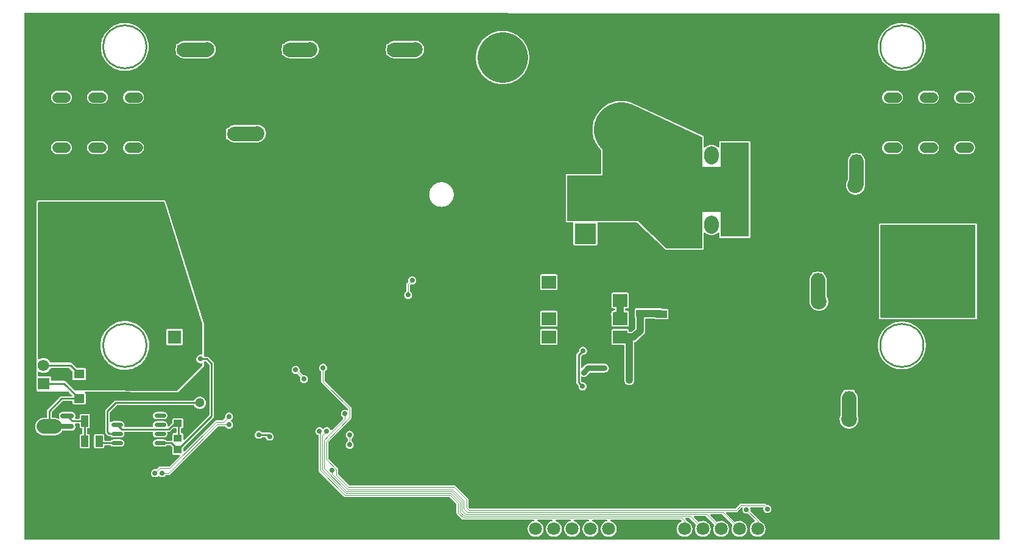
<source format=gbl>
G04 Layer: BottomLayer*
G04 EasyEDA v6.4.20.6, 2021-08-20T18:50:31+10:00*
G04 da2b955f28294749bdafdb94d24a6b32,8629367194b24dd88a5c18b2f13758b0,10*
G04 Gerber Generator version 0.2*
G04 Scale: 100 percent, Rotated: No, Reflected: No *
G04 Dimensions in millimeters *
G04 leading zeros omitted , absolute positions ,4 integer and 5 decimal *
%FSLAX45Y45*%
%MOMM*%

%ADD10C,0.2540*%
%ADD11C,0.1000*%
%ADD12C,0.4000*%
%ADD14C,1.0000*%
%ADD15C,0.8000*%
%ADD17C,0.7000*%
%ADD18C,0.6000*%
%ADD19C,2.0000*%
%ADD21C,0.7000*%
%ADD44C,1.3000*%
%ADD46C,1.8000*%
%ADD47R,1.8000X1.8000*%
%ADD48C,2.9000*%
%ADD51C,1.5748*%
%ADD52C,2.2000*%
%ADD53C,1.4000*%
%ADD54C,7.0000*%

%LPD*%
G36*
X-13266521Y-7340092D02*
G01*
X-13270433Y-7339330D01*
X-13273684Y-7337094D01*
X-13275919Y-7333843D01*
X-13276681Y-7329931D01*
X-13276681Y-23418D01*
X-13275919Y-19507D01*
X-13273684Y-16205D01*
X-13270382Y-14020D01*
X-13266521Y-13258D01*
X266192Y-25857D01*
X270052Y-26670D01*
X273354Y-28854D01*
X275539Y-32156D01*
X276301Y-36017D01*
X281076Y-7329931D01*
X280314Y-7333792D01*
X278079Y-7337094D01*
X274828Y-7339330D01*
X270916Y-7340092D01*
G37*

%LPC*%
G36*
X-6175756Y-7298639D02*
G01*
X-6161582Y-7298181D01*
X-6147612Y-7295896D01*
X-6134049Y-7291882D01*
X-6121095Y-7286142D01*
X-6109004Y-7278827D01*
X-6097930Y-7269988D01*
X-6088075Y-7259828D01*
X-6079591Y-7248448D01*
X-6072682Y-7236155D01*
X-6067348Y-7222998D01*
X-6063742Y-7209332D01*
X-6061964Y-7195261D01*
X-6061964Y-7181138D01*
X-6063742Y-7167067D01*
X-6067348Y-7153402D01*
X-6072682Y-7140244D01*
X-6079591Y-7127951D01*
X-6088075Y-7116572D01*
X-6097930Y-7106412D01*
X-6109004Y-7097572D01*
X-6121095Y-7090257D01*
X-6134049Y-7084517D01*
X-6145225Y-7081215D01*
X-6148882Y-7079234D01*
X-6151422Y-7076033D01*
X-6152489Y-7072071D01*
X-6151880Y-7068007D01*
X-6149746Y-7064502D01*
X-6146393Y-7062114D01*
X-6142329Y-7061301D01*
X-5947816Y-7061301D01*
X-5943701Y-7062165D01*
X-5940298Y-7064603D01*
X-5938215Y-7068261D01*
X-5937707Y-7072426D01*
X-5938977Y-7076440D01*
X-5941771Y-7079589D01*
X-5945581Y-7081367D01*
X-5949645Y-7082281D01*
X-5962904Y-7087158D01*
X-5975451Y-7093712D01*
X-5987084Y-7101840D01*
X-5997549Y-7111339D01*
X-6006744Y-7122109D01*
X-6014466Y-7133996D01*
X-6020612Y-7146747D01*
X-6025083Y-7160158D01*
X-6027775Y-7174077D01*
X-6028690Y-7188200D01*
X-6027775Y-7202322D01*
X-6025083Y-7216241D01*
X-6020612Y-7229652D01*
X-6014466Y-7242403D01*
X-6006744Y-7254290D01*
X-5997549Y-7265060D01*
X-5987084Y-7274559D01*
X-5975451Y-7282688D01*
X-5962904Y-7289241D01*
X-5949645Y-7294118D01*
X-5935827Y-7297267D01*
X-5921756Y-7298639D01*
X-5907582Y-7298181D01*
X-5893612Y-7295896D01*
X-5880049Y-7291882D01*
X-5867095Y-7286142D01*
X-5855004Y-7278827D01*
X-5843930Y-7269988D01*
X-5834075Y-7259828D01*
X-5825591Y-7248448D01*
X-5818682Y-7236155D01*
X-5813348Y-7222998D01*
X-5809742Y-7209332D01*
X-5807964Y-7195261D01*
X-5807964Y-7181138D01*
X-5809742Y-7167067D01*
X-5813348Y-7153402D01*
X-5818682Y-7140244D01*
X-5825591Y-7127951D01*
X-5834075Y-7116572D01*
X-5843930Y-7106412D01*
X-5855004Y-7097572D01*
X-5867095Y-7090257D01*
X-5880049Y-7084517D01*
X-5891225Y-7081215D01*
X-5894882Y-7079234D01*
X-5897422Y-7076033D01*
X-5898489Y-7072071D01*
X-5897880Y-7068007D01*
X-5895746Y-7064502D01*
X-5892393Y-7062114D01*
X-5888329Y-7061301D01*
X-5693816Y-7061301D01*
X-5689701Y-7062165D01*
X-5686298Y-7064603D01*
X-5684215Y-7068261D01*
X-5683707Y-7072426D01*
X-5684977Y-7076440D01*
X-5687771Y-7079589D01*
X-5691581Y-7081367D01*
X-5695645Y-7082281D01*
X-5708904Y-7087158D01*
X-5721451Y-7093712D01*
X-5733084Y-7101840D01*
X-5743549Y-7111339D01*
X-5752744Y-7122109D01*
X-5760466Y-7133996D01*
X-5766612Y-7146747D01*
X-5771083Y-7160158D01*
X-5773775Y-7174077D01*
X-5774690Y-7188200D01*
X-5773775Y-7202322D01*
X-5771083Y-7216241D01*
X-5766612Y-7229652D01*
X-5760466Y-7242403D01*
X-5752744Y-7254290D01*
X-5743549Y-7265060D01*
X-5733084Y-7274559D01*
X-5721451Y-7282688D01*
X-5708904Y-7289241D01*
X-5695645Y-7294118D01*
X-5681827Y-7297267D01*
X-5667756Y-7298639D01*
X-5653582Y-7298181D01*
X-5639612Y-7295896D01*
X-5626049Y-7291882D01*
X-5613095Y-7286142D01*
X-5601004Y-7278827D01*
X-5589930Y-7269988D01*
X-5580075Y-7259828D01*
X-5571591Y-7248448D01*
X-5564682Y-7236155D01*
X-5559348Y-7222998D01*
X-5555742Y-7209332D01*
X-5553964Y-7195261D01*
X-5553964Y-7181138D01*
X-5555742Y-7167067D01*
X-5559348Y-7153402D01*
X-5564682Y-7140244D01*
X-5571591Y-7127951D01*
X-5580075Y-7116572D01*
X-5589930Y-7106412D01*
X-5601004Y-7097572D01*
X-5613095Y-7090257D01*
X-5626049Y-7084517D01*
X-5637225Y-7081215D01*
X-5640882Y-7079234D01*
X-5643422Y-7076033D01*
X-5644489Y-7072071D01*
X-5643880Y-7068007D01*
X-5641746Y-7064502D01*
X-5638393Y-7062114D01*
X-5634329Y-7061301D01*
X-5439816Y-7061301D01*
X-5435701Y-7062165D01*
X-5432298Y-7064603D01*
X-5430215Y-7068261D01*
X-5429707Y-7072426D01*
X-5430977Y-7076440D01*
X-5433771Y-7079589D01*
X-5437581Y-7081367D01*
X-5441645Y-7082281D01*
X-5454904Y-7087158D01*
X-5467451Y-7093712D01*
X-5479084Y-7101840D01*
X-5489549Y-7111339D01*
X-5498744Y-7122109D01*
X-5506466Y-7133996D01*
X-5512612Y-7146747D01*
X-5517083Y-7160158D01*
X-5519775Y-7174077D01*
X-5520690Y-7188200D01*
X-5519775Y-7202322D01*
X-5517083Y-7216241D01*
X-5512612Y-7229652D01*
X-5506466Y-7242403D01*
X-5498744Y-7254290D01*
X-5489549Y-7265060D01*
X-5479084Y-7274559D01*
X-5467451Y-7282688D01*
X-5454904Y-7289241D01*
X-5441645Y-7294118D01*
X-5427827Y-7297267D01*
X-5413756Y-7298639D01*
X-5399582Y-7298181D01*
X-5385612Y-7295896D01*
X-5372049Y-7291882D01*
X-5359095Y-7286142D01*
X-5347004Y-7278827D01*
X-5335930Y-7269988D01*
X-5326075Y-7259828D01*
X-5317591Y-7248448D01*
X-5310682Y-7236155D01*
X-5305348Y-7222998D01*
X-5301742Y-7209332D01*
X-5299964Y-7195261D01*
X-5299964Y-7181138D01*
X-5301742Y-7167067D01*
X-5305348Y-7153402D01*
X-5310682Y-7140244D01*
X-5317591Y-7127951D01*
X-5326075Y-7116572D01*
X-5335930Y-7106412D01*
X-5347004Y-7097572D01*
X-5359095Y-7090257D01*
X-5372049Y-7084517D01*
X-5383225Y-7081215D01*
X-5386882Y-7079234D01*
X-5389422Y-7076033D01*
X-5390489Y-7072071D01*
X-5389880Y-7068007D01*
X-5387746Y-7064502D01*
X-5384393Y-7062114D01*
X-5380329Y-7061301D01*
X-5185816Y-7061301D01*
X-5181701Y-7062165D01*
X-5178298Y-7064603D01*
X-5176215Y-7068261D01*
X-5175707Y-7072426D01*
X-5176977Y-7076440D01*
X-5179771Y-7079589D01*
X-5183581Y-7081367D01*
X-5187645Y-7082281D01*
X-5200904Y-7087158D01*
X-5213451Y-7093712D01*
X-5225084Y-7101840D01*
X-5235549Y-7111339D01*
X-5244744Y-7122109D01*
X-5252466Y-7133996D01*
X-5258612Y-7146747D01*
X-5263083Y-7160158D01*
X-5265775Y-7174077D01*
X-5266690Y-7188200D01*
X-5265775Y-7202322D01*
X-5263083Y-7216241D01*
X-5258612Y-7229652D01*
X-5252466Y-7242403D01*
X-5244744Y-7254290D01*
X-5235549Y-7265060D01*
X-5225084Y-7274559D01*
X-5213451Y-7282688D01*
X-5200904Y-7289241D01*
X-5187645Y-7294118D01*
X-5173827Y-7297267D01*
X-5159756Y-7298639D01*
X-5145582Y-7298181D01*
X-5131612Y-7295896D01*
X-5118049Y-7291882D01*
X-5105095Y-7286142D01*
X-5093004Y-7278827D01*
X-5081930Y-7269988D01*
X-5072075Y-7259828D01*
X-5063591Y-7248448D01*
X-5056682Y-7236155D01*
X-5051348Y-7222998D01*
X-5047742Y-7209332D01*
X-5045964Y-7195261D01*
X-5045964Y-7181138D01*
X-5047742Y-7167067D01*
X-5051348Y-7153402D01*
X-5056682Y-7140244D01*
X-5063591Y-7127951D01*
X-5072075Y-7116572D01*
X-5081930Y-7106412D01*
X-5093004Y-7097572D01*
X-5105095Y-7090257D01*
X-5118049Y-7084517D01*
X-5129225Y-7081215D01*
X-5132882Y-7079234D01*
X-5135422Y-7076033D01*
X-5136489Y-7072071D01*
X-5135880Y-7068007D01*
X-5133746Y-7064502D01*
X-5130393Y-7062114D01*
X-5126329Y-7061301D01*
X-4154982Y-7061301D01*
X-4151071Y-7062063D01*
X-4147769Y-7064298D01*
X-4142028Y-7070039D01*
X-4139793Y-7073392D01*
X-4139031Y-7077405D01*
X-4139895Y-7081316D01*
X-4142232Y-7084618D01*
X-4159351Y-7093712D01*
X-4170984Y-7101840D01*
X-4181449Y-7111339D01*
X-4190644Y-7122109D01*
X-4198366Y-7133996D01*
X-4204512Y-7146747D01*
X-4208983Y-7160158D01*
X-4211675Y-7174077D01*
X-4212590Y-7188200D01*
X-4211675Y-7202322D01*
X-4208983Y-7216241D01*
X-4204512Y-7229652D01*
X-4198366Y-7242403D01*
X-4190644Y-7254290D01*
X-4181449Y-7265060D01*
X-4170984Y-7274559D01*
X-4159351Y-7282688D01*
X-4146804Y-7289241D01*
X-4133545Y-7294118D01*
X-4119727Y-7297267D01*
X-4105656Y-7298639D01*
X-4091482Y-7298181D01*
X-4077512Y-7295896D01*
X-4063949Y-7291882D01*
X-4050995Y-7286142D01*
X-4038904Y-7278827D01*
X-4027830Y-7269988D01*
X-4017975Y-7259828D01*
X-4009491Y-7248448D01*
X-4002582Y-7236155D01*
X-3997248Y-7222998D01*
X-3993642Y-7209332D01*
X-3991864Y-7195261D01*
X-3991864Y-7181138D01*
X-3993642Y-7167067D01*
X-3997248Y-7153402D01*
X-4002582Y-7140244D01*
X-4009491Y-7127951D01*
X-4017975Y-7116572D01*
X-4027830Y-7106412D01*
X-4038904Y-7097572D01*
X-4050995Y-7090257D01*
X-4063949Y-7084517D01*
X-4069435Y-7082891D01*
X-4073093Y-7080910D01*
X-4075633Y-7077608D01*
X-4076700Y-7073595D01*
X-4077258Y-7068210D01*
X-4079138Y-7062825D01*
X-4082084Y-7058101D01*
X-4086910Y-7053021D01*
X-4088993Y-7049719D01*
X-4089654Y-7045858D01*
X-4088841Y-7042048D01*
X-4086606Y-7038797D01*
X-4083354Y-7036663D01*
X-4079494Y-7035901D01*
X-4040682Y-7035901D01*
X-4036771Y-7036663D01*
X-4033469Y-7038898D01*
X-3947515Y-7124852D01*
X-3945229Y-7128306D01*
X-3944518Y-7132421D01*
X-3945534Y-7136434D01*
X-3950512Y-7146747D01*
X-3954983Y-7160158D01*
X-3957675Y-7174077D01*
X-3958590Y-7188200D01*
X-3957675Y-7202322D01*
X-3954983Y-7216241D01*
X-3950512Y-7229652D01*
X-3944365Y-7242403D01*
X-3936644Y-7254290D01*
X-3927449Y-7265060D01*
X-3916984Y-7274559D01*
X-3905351Y-7282688D01*
X-3892804Y-7289241D01*
X-3879545Y-7294118D01*
X-3865727Y-7297267D01*
X-3851656Y-7298639D01*
X-3837482Y-7298181D01*
X-3823512Y-7295896D01*
X-3809949Y-7291882D01*
X-3796995Y-7286142D01*
X-3784904Y-7278827D01*
X-3773830Y-7269988D01*
X-3763975Y-7259828D01*
X-3755491Y-7248448D01*
X-3748582Y-7236155D01*
X-3743248Y-7222998D01*
X-3739642Y-7209332D01*
X-3737864Y-7195261D01*
X-3737864Y-7181138D01*
X-3739642Y-7167067D01*
X-3743248Y-7153402D01*
X-3748582Y-7140244D01*
X-3755491Y-7127951D01*
X-3763975Y-7116572D01*
X-3773830Y-7106412D01*
X-3784904Y-7097572D01*
X-3796995Y-7090257D01*
X-3809949Y-7084517D01*
X-3823512Y-7080503D01*
X-3837482Y-7078218D01*
X-3851656Y-7077760D01*
X-3865727Y-7079132D01*
X-3879545Y-7082281D01*
X-3892804Y-7087158D01*
X-3899509Y-7090664D01*
X-3903624Y-7091781D01*
X-3907840Y-7091172D01*
X-3911396Y-7088835D01*
X-3972407Y-7027824D01*
X-3974592Y-7024522D01*
X-3975354Y-7020661D01*
X-3974592Y-7016750D01*
X-3972407Y-7013498D01*
X-3969105Y-7011263D01*
X-3965194Y-7010501D01*
X-3812082Y-7010501D01*
X-3808171Y-7011263D01*
X-3804869Y-7013498D01*
X-3693515Y-7124852D01*
X-3691229Y-7128306D01*
X-3690518Y-7132421D01*
X-3691534Y-7136434D01*
X-3696512Y-7146747D01*
X-3700983Y-7160158D01*
X-3703675Y-7174077D01*
X-3704590Y-7188200D01*
X-3703675Y-7202322D01*
X-3700983Y-7216241D01*
X-3696512Y-7229652D01*
X-3690365Y-7242403D01*
X-3682644Y-7254290D01*
X-3673449Y-7265060D01*
X-3662984Y-7274559D01*
X-3651351Y-7282688D01*
X-3638804Y-7289241D01*
X-3625545Y-7294118D01*
X-3611727Y-7297267D01*
X-3597656Y-7298639D01*
X-3583482Y-7298181D01*
X-3569512Y-7295896D01*
X-3555949Y-7291882D01*
X-3542995Y-7286142D01*
X-3530904Y-7278827D01*
X-3519830Y-7269988D01*
X-3509975Y-7259828D01*
X-3501491Y-7248448D01*
X-3494582Y-7236155D01*
X-3489248Y-7222998D01*
X-3485642Y-7209332D01*
X-3483864Y-7195261D01*
X-3483864Y-7181138D01*
X-3485642Y-7167067D01*
X-3489248Y-7153402D01*
X-3494582Y-7140244D01*
X-3501491Y-7127951D01*
X-3509975Y-7116572D01*
X-3519830Y-7106412D01*
X-3530904Y-7097572D01*
X-3542995Y-7090257D01*
X-3555949Y-7084517D01*
X-3569512Y-7080503D01*
X-3583482Y-7078218D01*
X-3597656Y-7077760D01*
X-3611727Y-7079132D01*
X-3625545Y-7082281D01*
X-3638804Y-7087158D01*
X-3645509Y-7090664D01*
X-3649624Y-7091781D01*
X-3653840Y-7091172D01*
X-3657396Y-7088835D01*
X-3743807Y-7002424D01*
X-3745992Y-6999122D01*
X-3746754Y-6995261D01*
X-3745992Y-6991350D01*
X-3743807Y-6988098D01*
X-3740505Y-6985863D01*
X-3736594Y-6985101D01*
X-3583482Y-6985101D01*
X-3579571Y-6985863D01*
X-3576269Y-6988098D01*
X-3439515Y-7124852D01*
X-3437229Y-7128306D01*
X-3436518Y-7132421D01*
X-3437534Y-7136434D01*
X-3442512Y-7146747D01*
X-3446983Y-7160158D01*
X-3449675Y-7174077D01*
X-3450590Y-7188200D01*
X-3449675Y-7202322D01*
X-3446983Y-7216241D01*
X-3442512Y-7229652D01*
X-3436365Y-7242403D01*
X-3428644Y-7254290D01*
X-3419449Y-7265060D01*
X-3408984Y-7274559D01*
X-3397351Y-7282688D01*
X-3384804Y-7289241D01*
X-3371545Y-7294118D01*
X-3357727Y-7297267D01*
X-3343656Y-7298639D01*
X-3329482Y-7298181D01*
X-3315512Y-7295896D01*
X-3301949Y-7291882D01*
X-3288995Y-7286142D01*
X-3276904Y-7278827D01*
X-3265830Y-7269988D01*
X-3255975Y-7259828D01*
X-3247491Y-7248448D01*
X-3240582Y-7236155D01*
X-3235248Y-7222998D01*
X-3231642Y-7209332D01*
X-3229864Y-7195261D01*
X-3229864Y-7181138D01*
X-3231642Y-7167067D01*
X-3235248Y-7153402D01*
X-3240582Y-7140244D01*
X-3247491Y-7127951D01*
X-3255975Y-7116572D01*
X-3265830Y-7106412D01*
X-3276904Y-7097572D01*
X-3288995Y-7090257D01*
X-3301949Y-7084517D01*
X-3315512Y-7080503D01*
X-3329482Y-7078218D01*
X-3343656Y-7077760D01*
X-3357727Y-7079132D01*
X-3371545Y-7082281D01*
X-3384804Y-7087158D01*
X-3391509Y-7090664D01*
X-3395624Y-7091781D01*
X-3399840Y-7091172D01*
X-3403396Y-7088835D01*
X-3519525Y-6972706D01*
X-3521710Y-6969404D01*
X-3522472Y-6965543D01*
X-3521710Y-6961631D01*
X-3519525Y-6958380D01*
X-3516223Y-6956145D01*
X-3512312Y-6955383D01*
X-3380435Y-6955383D01*
X-3375304Y-6954875D01*
X-3369767Y-6953199D01*
X-3364839Y-6950303D01*
X-3360267Y-6946036D01*
X-3311347Y-6889038D01*
X-3307842Y-6886448D01*
X-3303625Y-6885482D01*
X-3300831Y-6885482D01*
X-3296869Y-6886295D01*
X-3293516Y-6888581D01*
X-3291332Y-6892036D01*
X-3290671Y-6895998D01*
X-3294634Y-6910374D01*
X-3295446Y-6920026D01*
X-3294634Y-6929628D01*
X-3292094Y-6938975D01*
X-3288029Y-6947712D01*
X-3282492Y-6955637D01*
X-3275634Y-6962495D01*
X-3267710Y-6968032D01*
X-3258972Y-6972096D01*
X-3249625Y-6974636D01*
X-3239973Y-6975449D01*
X-3230372Y-6974636D01*
X-3225495Y-6973925D01*
X-3222091Y-6974840D01*
X-3219196Y-6976872D01*
X-3126028Y-7070039D01*
X-3123793Y-7073392D01*
X-3123031Y-7077405D01*
X-3123895Y-7081316D01*
X-3126232Y-7084618D01*
X-3143351Y-7093712D01*
X-3154984Y-7101840D01*
X-3165449Y-7111339D01*
X-3174644Y-7122109D01*
X-3182366Y-7133996D01*
X-3188512Y-7146747D01*
X-3192983Y-7160158D01*
X-3195675Y-7174077D01*
X-3196590Y-7188200D01*
X-3195675Y-7202322D01*
X-3192983Y-7216241D01*
X-3188512Y-7229652D01*
X-3182366Y-7242403D01*
X-3174644Y-7254290D01*
X-3165449Y-7265060D01*
X-3154984Y-7274559D01*
X-3143351Y-7282688D01*
X-3130804Y-7289241D01*
X-3117545Y-7294118D01*
X-3103727Y-7297267D01*
X-3089656Y-7298639D01*
X-3075482Y-7298181D01*
X-3061512Y-7295896D01*
X-3047949Y-7291882D01*
X-3034995Y-7286142D01*
X-3022904Y-7278827D01*
X-3011830Y-7269988D01*
X-3001975Y-7259828D01*
X-2993491Y-7248448D01*
X-2986582Y-7236155D01*
X-2981248Y-7222998D01*
X-2977642Y-7209332D01*
X-2975864Y-7195261D01*
X-2975864Y-7181138D01*
X-2977642Y-7167067D01*
X-2981248Y-7153402D01*
X-2986582Y-7140244D01*
X-2993491Y-7127951D01*
X-3001975Y-7116572D01*
X-3011830Y-7106412D01*
X-3022904Y-7097572D01*
X-3034995Y-7090257D01*
X-3047949Y-7084517D01*
X-3053435Y-7082891D01*
X-3057093Y-7080910D01*
X-3059633Y-7077608D01*
X-3060700Y-7073595D01*
X-3061258Y-7068210D01*
X-3063138Y-7062825D01*
X-3066186Y-7057999D01*
X-3068269Y-7055662D01*
X-3183128Y-6940803D01*
X-3185160Y-6937908D01*
X-3186074Y-6934504D01*
X-3185363Y-6929628D01*
X-3184550Y-6920026D01*
X-3185363Y-6910374D01*
X-3189325Y-6895998D01*
X-3188665Y-6892036D01*
X-3186480Y-6888581D01*
X-3183128Y-6886295D01*
X-3179165Y-6885482D01*
X-3013862Y-6885482D01*
X-3010255Y-6886194D01*
X-3007106Y-6888124D01*
X-3004820Y-6891070D01*
X-3003804Y-6894575D01*
X-3004058Y-6898284D01*
X-3004616Y-6900367D01*
X-3005480Y-6910019D01*
X-3004616Y-6919620D01*
X-3002127Y-6928967D01*
X-2998012Y-6937705D01*
X-2992475Y-6945630D01*
X-2985668Y-6952488D01*
X-2977743Y-6958025D01*
X-2968955Y-6962089D01*
X-2959658Y-6964629D01*
X-2950006Y-6965442D01*
X-2940354Y-6964629D01*
X-2931058Y-6962089D01*
X-2922270Y-6958025D01*
X-2914345Y-6952488D01*
X-2907538Y-6945630D01*
X-2902000Y-6937705D01*
X-2897886Y-6928967D01*
X-2895396Y-6919620D01*
X-2894533Y-6910019D01*
X-2895396Y-6900367D01*
X-2897886Y-6891020D01*
X-2902000Y-6882282D01*
X-2907538Y-6874357D01*
X-2914345Y-6867499D01*
X-2922270Y-6861962D01*
X-2931058Y-6857898D01*
X-2940354Y-6855358D01*
X-2950006Y-6854545D01*
X-2955544Y-6855002D01*
X-2958846Y-6854748D01*
X-2961894Y-6853478D01*
X-2964383Y-6851243D01*
X-2969717Y-6844538D01*
X-2974136Y-6840118D01*
X-2978962Y-6837070D01*
X-2984347Y-6835190D01*
X-2990596Y-6834530D01*
X-3319526Y-6834530D01*
X-3324656Y-6834987D01*
X-3330194Y-6836714D01*
X-3335121Y-6839559D01*
X-3339744Y-6843826D01*
X-3388664Y-6900824D01*
X-3392119Y-6903466D01*
X-3396386Y-6904380D01*
X-7085279Y-6904380D01*
X-7089190Y-6903618D01*
X-7092492Y-6901383D01*
X-7101535Y-6892340D01*
X-7103770Y-6889038D01*
X-7104532Y-6885127D01*
X-7104532Y-6780326D01*
X-7105192Y-6774332D01*
X-7107072Y-6768947D01*
X-7110120Y-6764121D01*
X-7112203Y-6761784D01*
X-7281722Y-6592265D01*
X-7286396Y-6588506D01*
X-7291527Y-6586067D01*
X-7297115Y-6584797D01*
X-7300264Y-6584594D01*
X-8755329Y-6584594D01*
X-8759240Y-6583832D01*
X-8762492Y-6581597D01*
X-8911590Y-6432346D01*
X-8913774Y-6429044D01*
X-8914536Y-6425184D01*
X-8914536Y-6360210D01*
X-8915196Y-6354216D01*
X-8917076Y-6348831D01*
X-8920124Y-6344005D01*
X-8922207Y-6341668D01*
X-9051493Y-6212382D01*
X-9053728Y-6209080D01*
X-9054490Y-6205169D01*
X-9054490Y-5984544D01*
X-9053728Y-5980734D01*
X-9051594Y-5977432D01*
X-8737854Y-5656834D01*
X-8736177Y-5654903D01*
X-8732977Y-5649823D01*
X-8731097Y-5644438D01*
X-8730386Y-5638241D01*
X-8730386Y-5512358D01*
X-8731097Y-5506161D01*
X-8732977Y-5500776D01*
X-8736126Y-5495798D01*
X-8738108Y-5493613D01*
X-9096806Y-5134914D01*
X-9098991Y-5131612D01*
X-9099804Y-5127752D01*
X-9099804Y-5003698D01*
X-9099245Y-5000498D01*
X-9097772Y-4997653D01*
X-9095435Y-4995418D01*
X-9089644Y-4991303D01*
X-9082786Y-4984496D01*
X-9077248Y-4976571D01*
X-9073184Y-4967782D01*
X-9070644Y-4958486D01*
X-9069832Y-4948834D01*
X-9070644Y-4939182D01*
X-9073184Y-4929886D01*
X-9077248Y-4921097D01*
X-9082786Y-4913172D01*
X-9089644Y-4906365D01*
X-9097568Y-4900828D01*
X-9106306Y-4896713D01*
X-9115653Y-4894224D01*
X-9125254Y-4893360D01*
X-9134906Y-4894224D01*
X-9144254Y-4896713D01*
X-9152991Y-4900828D01*
X-9160916Y-4906365D01*
X-9167774Y-4913172D01*
X-9173311Y-4921097D01*
X-9177375Y-4929886D01*
X-9179915Y-4939182D01*
X-9180728Y-4948834D01*
X-9179915Y-4958486D01*
X-9177375Y-4967782D01*
X-9173311Y-4976571D01*
X-9167774Y-4984496D01*
X-9160916Y-4991303D01*
X-9155125Y-4995367D01*
X-9152788Y-4997653D01*
X-9151315Y-5000498D01*
X-9150756Y-5003698D01*
X-9150756Y-5142230D01*
X-9150146Y-5148173D01*
X-9148216Y-5153558D01*
X-9145219Y-5158384D01*
X-9143085Y-5160721D01*
X-8784386Y-5519470D01*
X-8782151Y-5522772D01*
X-8781389Y-5526684D01*
X-8781389Y-5528868D01*
X-8782202Y-5532831D01*
X-8784488Y-5536184D01*
X-8787892Y-5538368D01*
X-8791905Y-5539028D01*
X-8795816Y-5538063D01*
X-8800541Y-5535879D01*
X-8809837Y-5533390D01*
X-8819489Y-5532526D01*
X-8829141Y-5533390D01*
X-8838438Y-5535879D01*
X-8847226Y-5539994D01*
X-8855151Y-5545531D01*
X-8861958Y-5552338D01*
X-8867495Y-5560263D01*
X-8871610Y-5569051D01*
X-8874099Y-5578348D01*
X-8874963Y-5588000D01*
X-8874099Y-5597652D01*
X-8871610Y-5606948D01*
X-8867495Y-5615736D01*
X-8861958Y-5623661D01*
X-8855151Y-5630468D01*
X-8849309Y-5634532D01*
X-8847023Y-5636818D01*
X-8845499Y-5639663D01*
X-8844991Y-5642864D01*
X-8844991Y-5649417D01*
X-8845753Y-5653328D01*
X-8847988Y-5656630D01*
X-9004858Y-5813501D01*
X-9008059Y-5815685D01*
X-9011869Y-5816498D01*
X-9015679Y-5815787D01*
X-9018981Y-5813755D01*
X-9021267Y-5810605D01*
X-9025483Y-5801563D01*
X-9031020Y-5793638D01*
X-9037828Y-5786831D01*
X-9045752Y-5781294D01*
X-9054541Y-5777179D01*
X-9063837Y-5774690D01*
X-9073489Y-5773826D01*
X-9083141Y-5774690D01*
X-9092438Y-5777179D01*
X-9101226Y-5781294D01*
X-9109151Y-5786831D01*
X-9116618Y-5794298D01*
X-9119920Y-5796483D01*
X-9124797Y-5797245D01*
X-9128658Y-5796483D01*
X-9131960Y-5794298D01*
X-9139428Y-5786831D01*
X-9147352Y-5781294D01*
X-9156141Y-5777179D01*
X-9165437Y-5774690D01*
X-9175089Y-5773826D01*
X-9184741Y-5774690D01*
X-9194038Y-5777179D01*
X-9202826Y-5781294D01*
X-9210751Y-5786831D01*
X-9217558Y-5793638D01*
X-9223095Y-5801563D01*
X-9227210Y-5810351D01*
X-9229699Y-5819648D01*
X-9230563Y-5829300D01*
X-9229699Y-5838952D01*
X-9227210Y-5848248D01*
X-9223095Y-5857036D01*
X-9217558Y-5864961D01*
X-9210751Y-5871768D01*
X-9202826Y-5877306D01*
X-9193733Y-5881573D01*
X-9190634Y-5883808D01*
X-9188602Y-5887008D01*
X-9187891Y-5890768D01*
X-9187891Y-6375095D01*
X-9187230Y-6381089D01*
X-9185351Y-6386474D01*
X-9182303Y-6391300D01*
X-9180220Y-6393637D01*
X-8837726Y-6736130D01*
X-8833053Y-6739890D01*
X-8827922Y-6742328D01*
X-8822334Y-6743598D01*
X-8819184Y-6743801D01*
X-7373772Y-6743801D01*
X-7369860Y-6744563D01*
X-7366558Y-6746798D01*
X-7273188Y-6840169D01*
X-7270953Y-6843471D01*
X-7270191Y-6847382D01*
X-7270191Y-6966305D01*
X-7269530Y-6972300D01*
X-7267651Y-6977684D01*
X-7264603Y-6982510D01*
X-7262520Y-6984847D01*
X-7193737Y-7053630D01*
X-7189063Y-7057390D01*
X-7183932Y-7059828D01*
X-7178344Y-7061098D01*
X-7175195Y-7061301D01*
X-6201816Y-7061301D01*
X-6197701Y-7062165D01*
X-6194298Y-7064603D01*
X-6192215Y-7068261D01*
X-6191707Y-7072426D01*
X-6192977Y-7076440D01*
X-6195771Y-7079589D01*
X-6199581Y-7081367D01*
X-6203645Y-7082281D01*
X-6216904Y-7087158D01*
X-6229451Y-7093712D01*
X-6241084Y-7101840D01*
X-6251549Y-7111339D01*
X-6260744Y-7122109D01*
X-6268466Y-7133996D01*
X-6274612Y-7146747D01*
X-6279083Y-7160158D01*
X-6281775Y-7174077D01*
X-6282690Y-7188200D01*
X-6281775Y-7202322D01*
X-6279083Y-7216241D01*
X-6274612Y-7229652D01*
X-6268466Y-7242403D01*
X-6260744Y-7254290D01*
X-6251549Y-7265060D01*
X-6241084Y-7274559D01*
X-6229451Y-7282688D01*
X-6216904Y-7289241D01*
X-6203645Y-7294118D01*
X-6189827Y-7297267D01*
G37*
G36*
X-11461089Y-6468973D02*
G01*
X-11451437Y-6468110D01*
X-11442141Y-6465620D01*
X-11433352Y-6461506D01*
X-11425428Y-6455968D01*
X-11417960Y-6448501D01*
X-11414658Y-6446316D01*
X-11409781Y-6445554D01*
X-11405920Y-6446316D01*
X-11402618Y-6448501D01*
X-11395151Y-6455968D01*
X-11387226Y-6461506D01*
X-11378438Y-6465620D01*
X-11369141Y-6468110D01*
X-11359489Y-6468973D01*
X-11349837Y-6468110D01*
X-11340541Y-6465620D01*
X-11331752Y-6461506D01*
X-11323828Y-6455968D01*
X-11317020Y-6449161D01*
X-11312906Y-6443319D01*
X-11310670Y-6441033D01*
X-11307826Y-6439509D01*
X-11304625Y-6439001D01*
X-11270894Y-6439001D01*
X-11264900Y-6438341D01*
X-11259515Y-6436461D01*
X-11254689Y-6433413D01*
X-11252352Y-6431330D01*
X-10589920Y-5768898D01*
X-10586618Y-5766663D01*
X-10582706Y-5765901D01*
X-10487253Y-5765901D01*
X-10484053Y-5766409D01*
X-10481208Y-5767933D01*
X-10478973Y-5770219D01*
X-10474858Y-5776061D01*
X-10468051Y-5782868D01*
X-10460126Y-5788406D01*
X-10451338Y-5792520D01*
X-10442041Y-5795010D01*
X-10432389Y-5795873D01*
X-10422737Y-5795010D01*
X-10413441Y-5792520D01*
X-10404652Y-5788406D01*
X-10396728Y-5782868D01*
X-10389920Y-5776061D01*
X-10384383Y-5768136D01*
X-10380268Y-5759348D01*
X-10377779Y-5750052D01*
X-10376916Y-5740400D01*
X-10377779Y-5730748D01*
X-10380268Y-5721451D01*
X-10384383Y-5712663D01*
X-10389920Y-5704738D01*
X-10396728Y-5697931D01*
X-10405364Y-5691835D01*
X-10407700Y-5689600D01*
X-10409224Y-5686755D01*
X-10409732Y-5682945D01*
X-10409224Y-5679744D01*
X-10407700Y-5676900D01*
X-10405364Y-5674664D01*
X-10396728Y-5668568D01*
X-10389920Y-5661761D01*
X-10384383Y-5653836D01*
X-10380268Y-5645048D01*
X-10377779Y-5635752D01*
X-10376916Y-5626100D01*
X-10377779Y-5616448D01*
X-10380268Y-5607151D01*
X-10384383Y-5598363D01*
X-10389920Y-5590438D01*
X-10396728Y-5583631D01*
X-10404652Y-5578094D01*
X-10413441Y-5573979D01*
X-10422737Y-5571490D01*
X-10432389Y-5570626D01*
X-10442041Y-5571490D01*
X-10451338Y-5573979D01*
X-10460126Y-5578094D01*
X-10468051Y-5583631D01*
X-10474858Y-5590438D01*
X-10480395Y-5598363D01*
X-10484510Y-5607151D01*
X-10486999Y-5616448D01*
X-10487863Y-5626100D01*
X-10486999Y-5635752D01*
X-10486339Y-5640628D01*
X-10487253Y-5644032D01*
X-10489285Y-5646928D01*
X-10516158Y-5673801D01*
X-10519460Y-5676036D01*
X-10523372Y-5676798D01*
X-10609884Y-5676798D01*
X-10615879Y-5677458D01*
X-10621264Y-5679338D01*
X-10626090Y-5682386D01*
X-10628426Y-5684469D01*
X-11050727Y-6106820D01*
X-11054029Y-6109004D01*
X-11057940Y-6109766D01*
X-11061801Y-6109004D01*
X-11065103Y-6106820D01*
X-11067338Y-6103518D01*
X-11068100Y-6099606D01*
X-11068100Y-6062726D01*
X-11067338Y-6058865D01*
X-11065103Y-6055563D01*
X-10650575Y-5641035D01*
X-10645902Y-5635244D01*
X-10642752Y-5629046D01*
X-10640923Y-5622239D01*
X-10640517Y-5616752D01*
X-10640517Y-4890008D01*
X-10641279Y-4882591D01*
X-10643412Y-4876038D01*
X-10646968Y-4869891D01*
X-10650524Y-4865725D01*
X-10713364Y-4802886D01*
X-10719155Y-4798212D01*
X-10725302Y-4795062D01*
X-10732160Y-4793234D01*
X-10737596Y-4792827D01*
X-10770057Y-4792827D01*
X-10773918Y-4792014D01*
X-10777220Y-4789830D01*
X-10779404Y-4786528D01*
X-10780217Y-4782667D01*
X-10780217Y-4343552D01*
X-10781334Y-4336694D01*
X-11314480Y-2635605D01*
X-11317274Y-2630017D01*
X-11320526Y-2626309D01*
X-11324590Y-2623515D01*
X-11329212Y-2621788D01*
X-11334699Y-2621127D01*
X-13088874Y-2621229D01*
X-13093954Y-2622499D01*
X-13098271Y-2624785D01*
X-13101980Y-2628036D01*
X-13104774Y-2632100D01*
X-13106501Y-2636723D01*
X-13107212Y-2642209D01*
X-13107212Y-4891836D01*
X-13109498Y-4908296D01*
X-13109498Y-4921504D01*
X-13107212Y-4937963D01*
X-13107212Y-5078272D01*
X-13107771Y-5081625D01*
X-13109143Y-5085588D01*
X-13109752Y-5090718D01*
X-13109752Y-5247081D01*
X-13109143Y-5252212D01*
X-13107619Y-5256530D01*
X-13105841Y-5264912D01*
X-13103555Y-5269280D01*
X-13100354Y-5272989D01*
X-13096290Y-5275834D01*
X-13091718Y-5277612D01*
X-13086232Y-5278323D01*
X-12662204Y-5281066D01*
X-12658344Y-5281879D01*
X-12655092Y-5284063D01*
X-12612674Y-5326481D01*
X-12610490Y-5329732D01*
X-12609728Y-5333644D01*
X-12610490Y-5337556D01*
X-12612674Y-5340807D01*
X-12615976Y-5343042D01*
X-12619888Y-5343804D01*
X-12760858Y-5343804D01*
X-12768275Y-5344566D01*
X-12774879Y-5346750D01*
X-12780975Y-5350256D01*
X-12785140Y-5353812D01*
X-12955371Y-5523992D01*
X-12960045Y-5529834D01*
X-12963194Y-5535980D01*
X-12965023Y-5542788D01*
X-12965480Y-5548274D01*
X-12965480Y-5635142D01*
X-12966242Y-5639054D01*
X-12968427Y-5642305D01*
X-12971729Y-5644540D01*
X-12975640Y-5645302D01*
X-13006933Y-5645302D01*
X-13021767Y-5646216D01*
X-13036092Y-5648807D01*
X-13049961Y-5653125D01*
X-13063270Y-5659120D01*
X-13075716Y-5666638D01*
X-13087146Y-5675630D01*
X-13097459Y-5685891D01*
X-13106400Y-5697372D01*
X-13113918Y-5709818D01*
X-13119912Y-5723077D01*
X-13124230Y-5736945D01*
X-13126872Y-5751271D01*
X-13127736Y-5765800D01*
X-13126872Y-5780328D01*
X-13124230Y-5794654D01*
X-13119912Y-5808522D01*
X-13113918Y-5821781D01*
X-13106400Y-5834227D01*
X-13097459Y-5845708D01*
X-13087146Y-5855970D01*
X-13075716Y-5864961D01*
X-13063270Y-5872480D01*
X-13049961Y-5878474D01*
X-13036092Y-5882792D01*
X-13021767Y-5885383D01*
X-13006933Y-5886297D01*
X-12857581Y-5886297D01*
X-12842748Y-5885383D01*
X-12828422Y-5882792D01*
X-12814554Y-5878474D01*
X-12801295Y-5872480D01*
X-12788798Y-5864961D01*
X-12777368Y-5855970D01*
X-12767056Y-5845708D01*
X-12758115Y-5834227D01*
X-12753238Y-5826201D01*
X-12751003Y-5823610D01*
X-12747955Y-5821883D01*
X-12744551Y-5821273D01*
X-12622682Y-5821273D01*
X-12612624Y-5820410D01*
X-12603276Y-5817920D01*
X-12594488Y-5813806D01*
X-12586563Y-5808268D01*
X-12579756Y-5801461D01*
X-12574219Y-5793536D01*
X-12570104Y-5784748D01*
X-12567615Y-5775452D01*
X-12566751Y-5765800D01*
X-12567615Y-5756148D01*
X-12570104Y-5746851D01*
X-12574574Y-5737250D01*
X-12575540Y-5733338D01*
X-12574879Y-5729325D01*
X-12572695Y-5725922D01*
X-12569342Y-5723585D01*
X-12565380Y-5722823D01*
X-12518034Y-5722823D01*
X-12514173Y-5723585D01*
X-12510871Y-5725769D01*
X-12508687Y-5729071D01*
X-12507874Y-5732983D01*
X-12507874Y-5766511D01*
X-12507315Y-5771642D01*
X-12505791Y-5775960D01*
X-12503353Y-5779820D01*
X-12500152Y-5783072D01*
X-12496241Y-5785510D01*
X-12491923Y-5787034D01*
X-12486843Y-5787593D01*
X-12480747Y-5787593D01*
X-12476886Y-5788355D01*
X-12473584Y-5790590D01*
X-12471349Y-5793892D01*
X-12470587Y-5797753D01*
X-12470587Y-5860846D01*
X-12471349Y-5864707D01*
X-12473584Y-5868009D01*
X-12476886Y-5870244D01*
X-12480747Y-5871006D01*
X-12486843Y-5871006D01*
X-12491923Y-5871565D01*
X-12496241Y-5873089D01*
X-12500152Y-5875528D01*
X-12503353Y-5878779D01*
X-12505791Y-5882640D01*
X-12507315Y-5886958D01*
X-12507874Y-5892088D01*
X-12507874Y-6045911D01*
X-12507315Y-6051042D01*
X-12505791Y-6055360D01*
X-12503353Y-6059220D01*
X-12500152Y-6062472D01*
X-12496241Y-6064910D01*
X-12491923Y-6066434D01*
X-12486843Y-6066993D01*
X-12387986Y-6066993D01*
X-12382855Y-6066434D01*
X-12378537Y-6064910D01*
X-12374676Y-6062472D01*
X-12371425Y-6059220D01*
X-12368987Y-6055360D01*
X-12367463Y-6051042D01*
X-12366904Y-6045911D01*
X-12366904Y-5892088D01*
X-12367463Y-5886958D01*
X-12368987Y-5882640D01*
X-12371425Y-5878779D01*
X-12374676Y-5875528D01*
X-12378537Y-5873089D01*
X-12382855Y-5871565D01*
X-12387986Y-5871006D01*
X-12394031Y-5871006D01*
X-12397943Y-5870244D01*
X-12401194Y-5868009D01*
X-12403429Y-5864707D01*
X-12404191Y-5860846D01*
X-12404191Y-5797753D01*
X-12403429Y-5793892D01*
X-12401194Y-5790590D01*
X-12397943Y-5788355D01*
X-12394031Y-5787593D01*
X-12387986Y-5787593D01*
X-12382855Y-5787034D01*
X-12378537Y-5785510D01*
X-12374676Y-5783072D01*
X-12371425Y-5779820D01*
X-12368987Y-5775960D01*
X-12367463Y-5771642D01*
X-12366904Y-5766511D01*
X-12366904Y-5612688D01*
X-12367463Y-5607558D01*
X-12368987Y-5603240D01*
X-12371425Y-5599379D01*
X-12374676Y-5596128D01*
X-12378537Y-5593689D01*
X-12382855Y-5592165D01*
X-12387986Y-5591606D01*
X-12486843Y-5591606D01*
X-12491923Y-5592165D01*
X-12496241Y-5593689D01*
X-12500152Y-5596128D01*
X-12503353Y-5599379D01*
X-12505791Y-5603240D01*
X-12507315Y-5607558D01*
X-12507874Y-5612688D01*
X-12507874Y-5646267D01*
X-12508687Y-5650128D01*
X-12510871Y-5653430D01*
X-12514173Y-5655614D01*
X-12518034Y-5656427D01*
X-12564414Y-5656427D01*
X-12568377Y-5655614D01*
X-12571730Y-5653278D01*
X-12573863Y-5649874D01*
X-12574574Y-5645912D01*
X-12573609Y-5641949D01*
X-12570206Y-5634634D01*
X-12567716Y-5625338D01*
X-12566853Y-5615686D01*
X-12567716Y-5606034D01*
X-12570206Y-5596737D01*
X-12574270Y-5587949D01*
X-12579858Y-5580024D01*
X-12586665Y-5573217D01*
X-12594590Y-5567680D01*
X-12603378Y-5563565D01*
X-12612674Y-5561076D01*
X-12622784Y-5560212D01*
X-12741859Y-5560212D01*
X-12751968Y-5561076D01*
X-12761315Y-5563565D01*
X-12770053Y-5567680D01*
X-12777978Y-5573217D01*
X-12784785Y-5580024D01*
X-12790373Y-5587949D01*
X-12794437Y-5596737D01*
X-12796926Y-5606034D01*
X-12797790Y-5615686D01*
X-12796926Y-5625338D01*
X-12794437Y-5634634D01*
X-12790373Y-5643422D01*
X-12788747Y-5647486D01*
X-12789001Y-5651804D01*
X-12790982Y-5655665D01*
X-12794437Y-5658307D01*
X-12798704Y-5659272D01*
X-12802920Y-5658358D01*
X-12814554Y-5653125D01*
X-12828422Y-5648807D01*
X-12842748Y-5646216D01*
X-12857581Y-5645302D01*
X-12888925Y-5645302D01*
X-12892786Y-5644540D01*
X-12896088Y-5642305D01*
X-12898272Y-5639054D01*
X-12899085Y-5635142D01*
X-12899085Y-5565851D01*
X-12898272Y-5561939D01*
X-12896088Y-5558637D01*
X-12750596Y-5413197D01*
X-12747345Y-5410962D01*
X-12743434Y-5410200D01*
X-12615824Y-5410200D01*
X-12611963Y-5410962D01*
X-12608661Y-5413197D01*
X-12606477Y-5416448D01*
X-12605664Y-5420360D01*
X-12605664Y-5436412D01*
X-12605105Y-5441543D01*
X-12603581Y-5445861D01*
X-12601143Y-5449722D01*
X-12597942Y-5452973D01*
X-12594082Y-5455412D01*
X-12589764Y-5456936D01*
X-12584633Y-5457494D01*
X-12445746Y-5457494D01*
X-12440666Y-5456936D01*
X-12436348Y-5455412D01*
X-12432436Y-5452973D01*
X-12429236Y-5449722D01*
X-12426797Y-5445861D01*
X-12425273Y-5441543D01*
X-12424714Y-5436412D01*
X-12424714Y-5317591D01*
X-12425273Y-5312460D01*
X-12426797Y-5308142D01*
X-12429185Y-5304332D01*
X-12433554Y-5300065D01*
X-12435789Y-5296763D01*
X-12436602Y-5292852D01*
X-12435840Y-5288940D01*
X-12433604Y-5285638D01*
X-12430302Y-5283403D01*
X-12426391Y-5282641D01*
X-11156594Y-5290972D01*
X-11150193Y-5290007D01*
X-11145723Y-5287975D01*
X-11141354Y-5284571D01*
X-10786313Y-4929479D01*
X-10782604Y-4924399D01*
X-10780877Y-4919776D01*
X-10780217Y-4914290D01*
X-10780217Y-4869383D01*
X-10779404Y-4865471D01*
X-10777220Y-4862169D01*
X-10773918Y-4859985D01*
X-10770057Y-4859223D01*
X-10755172Y-4859223D01*
X-10751261Y-4859985D01*
X-10747959Y-4862169D01*
X-10709859Y-4900269D01*
X-10707674Y-4903571D01*
X-10706912Y-4907483D01*
X-10706912Y-5599226D01*
X-10707674Y-5603087D01*
X-10709859Y-5606389D01*
X-11050727Y-5947308D01*
X-11054029Y-5949492D01*
X-11057940Y-5950254D01*
X-11061801Y-5949492D01*
X-11065103Y-5947308D01*
X-11067338Y-5944006D01*
X-11068100Y-5940094D01*
X-11068100Y-5877661D01*
X-11068659Y-5872530D01*
X-11070183Y-5868212D01*
X-11072622Y-5864352D01*
X-11075873Y-5861151D01*
X-11079734Y-5858713D01*
X-11084052Y-5857189D01*
X-11088674Y-5856681D01*
X-11092230Y-5855614D01*
X-11095126Y-5853328D01*
X-11097056Y-5850178D01*
X-11097717Y-5846572D01*
X-11097717Y-5799328D01*
X-11097056Y-5795721D01*
X-11095126Y-5792571D01*
X-11092230Y-5790285D01*
X-11088674Y-5789218D01*
X-11084052Y-5788710D01*
X-11079734Y-5787186D01*
X-11075873Y-5784748D01*
X-11072622Y-5781548D01*
X-11070183Y-5777636D01*
X-11068659Y-5773318D01*
X-11068100Y-5768238D01*
X-11068100Y-5669381D01*
X-11068659Y-5664250D01*
X-11070183Y-5659932D01*
X-11072622Y-5656072D01*
X-11075873Y-5652820D01*
X-11079734Y-5650382D01*
X-11084052Y-5648858D01*
X-11089182Y-5648299D01*
X-11197996Y-5648299D01*
X-11203127Y-5648858D01*
X-11207445Y-5650382D01*
X-11211356Y-5652820D01*
X-11214557Y-5656072D01*
X-11216995Y-5659932D01*
X-11218519Y-5664250D01*
X-11219078Y-5669381D01*
X-11219078Y-5701233D01*
X-11219840Y-5705144D01*
X-11222075Y-5708446D01*
X-11273129Y-5759500D01*
X-11276838Y-5761888D01*
X-11281206Y-5762447D01*
X-11285423Y-5761126D01*
X-11288674Y-5758129D01*
X-11290350Y-5754065D01*
X-11289233Y-5740400D01*
X-11289995Y-5731662D01*
X-11292281Y-5723128D01*
X-11295989Y-5715152D01*
X-11301018Y-5707989D01*
X-11307267Y-5701741D01*
X-11314480Y-5696712D01*
X-11322456Y-5693003D01*
X-11330940Y-5690717D01*
X-11340134Y-5689904D01*
X-11439245Y-5689904D01*
X-11448440Y-5690717D01*
X-11456974Y-5693003D01*
X-11464899Y-5696712D01*
X-11472113Y-5701741D01*
X-11478361Y-5707989D01*
X-11483390Y-5715152D01*
X-11487099Y-5723128D01*
X-11489385Y-5731662D01*
X-11490147Y-5740400D01*
X-11489385Y-5749137D01*
X-11487048Y-5757926D01*
X-11486743Y-5761583D01*
X-11487810Y-5765139D01*
X-11490045Y-5768086D01*
X-11493195Y-5770016D01*
X-11496852Y-5770727D01*
X-11882526Y-5770727D01*
X-11886184Y-5770016D01*
X-11889333Y-5768086D01*
X-11891568Y-5765139D01*
X-11892635Y-5761583D01*
X-11892330Y-5757926D01*
X-11889994Y-5749137D01*
X-11889232Y-5740400D01*
X-11889994Y-5731662D01*
X-11892280Y-5723128D01*
X-11895988Y-5715152D01*
X-11901017Y-5707989D01*
X-11907266Y-5701741D01*
X-11914479Y-5696712D01*
X-11922455Y-5693003D01*
X-11930938Y-5690717D01*
X-11940133Y-5689904D01*
X-12039244Y-5689904D01*
X-12048439Y-5690717D01*
X-12056973Y-5693003D01*
X-12064898Y-5696712D01*
X-12072315Y-5701893D01*
X-12076379Y-5703570D01*
X-12080748Y-5703366D01*
X-12084659Y-5701334D01*
X-12087352Y-5697829D01*
X-12088317Y-5693562D01*
X-12088317Y-5567883D01*
X-12087504Y-5563971D01*
X-12085320Y-5560669D01*
X-11996420Y-5471769D01*
X-11993118Y-5469585D01*
X-11989257Y-5468823D01*
X-10923828Y-5468823D01*
X-10920272Y-5469432D01*
X-10917174Y-5471261D01*
X-10914888Y-5474106D01*
X-10910671Y-5481828D01*
X-10903407Y-5491581D01*
X-10894771Y-5500217D01*
X-10885017Y-5507482D01*
X-10874298Y-5513324D01*
X-10862868Y-5517591D01*
X-10850930Y-5520182D01*
X-10838789Y-5521096D01*
X-10826648Y-5520182D01*
X-10814710Y-5517591D01*
X-10803280Y-5513324D01*
X-10792561Y-5507482D01*
X-10782808Y-5500217D01*
X-10774172Y-5491581D01*
X-10766907Y-5481828D01*
X-10761065Y-5471109D01*
X-10756798Y-5459679D01*
X-10754207Y-5447741D01*
X-10753344Y-5435600D01*
X-10754207Y-5423458D01*
X-10756798Y-5411520D01*
X-10761065Y-5400090D01*
X-10766907Y-5389372D01*
X-10774172Y-5379618D01*
X-10782808Y-5370982D01*
X-10792561Y-5363718D01*
X-10803280Y-5357876D01*
X-10814710Y-5353608D01*
X-10826648Y-5351018D01*
X-10838789Y-5350103D01*
X-10850930Y-5351018D01*
X-10862868Y-5353608D01*
X-10874298Y-5357876D01*
X-10885017Y-5363718D01*
X-10894771Y-5370982D01*
X-10903407Y-5379618D01*
X-10910671Y-5389372D01*
X-10914888Y-5397093D01*
X-10917174Y-5399938D01*
X-10920272Y-5401767D01*
X-10923828Y-5402427D01*
X-12006681Y-5402427D01*
X-12014098Y-5403189D01*
X-12020651Y-5405323D01*
X-12026798Y-5408879D01*
X-12030964Y-5412384D01*
X-12144603Y-5526024D01*
X-12149277Y-5531866D01*
X-12152426Y-5538012D01*
X-12154255Y-5544820D01*
X-12154712Y-5550306D01*
X-12154712Y-5841492D01*
X-12153900Y-5848908D01*
X-12151766Y-5855462D01*
X-12148261Y-5861608D01*
X-12144705Y-5865774D01*
X-12119965Y-5890514D01*
X-12114123Y-5895187D01*
X-12107976Y-5898337D01*
X-12101169Y-5900166D01*
X-12095683Y-5900623D01*
X-12081814Y-5900623D01*
X-12077903Y-5901385D01*
X-12074601Y-5903569D01*
X-12072112Y-5906058D01*
X-12064898Y-5911088D01*
X-12056973Y-5914796D01*
X-12048439Y-5917082D01*
X-12039244Y-5917895D01*
X-11940133Y-5917895D01*
X-11930938Y-5917082D01*
X-11922455Y-5914796D01*
X-11914479Y-5911088D01*
X-11907266Y-5906058D01*
X-11901017Y-5899810D01*
X-11895988Y-5892647D01*
X-11892280Y-5884672D01*
X-11889994Y-5876137D01*
X-11889232Y-5867400D01*
X-11889994Y-5858662D01*
X-11892330Y-5849874D01*
X-11892635Y-5846216D01*
X-11891568Y-5842660D01*
X-11889333Y-5839714D01*
X-11886184Y-5837783D01*
X-11882526Y-5837123D01*
X-11496852Y-5837123D01*
X-11493195Y-5837783D01*
X-11490045Y-5839714D01*
X-11487810Y-5842660D01*
X-11486743Y-5846216D01*
X-11487048Y-5849874D01*
X-11489385Y-5858662D01*
X-11490147Y-5867400D01*
X-11489385Y-5876137D01*
X-11487099Y-5884672D01*
X-11483390Y-5892647D01*
X-11478361Y-5899810D01*
X-11472113Y-5906058D01*
X-11464899Y-5911088D01*
X-11456974Y-5914796D01*
X-11448440Y-5917082D01*
X-11439245Y-5917895D01*
X-11340134Y-5917895D01*
X-11330940Y-5917082D01*
X-11322456Y-5914796D01*
X-11314480Y-5911088D01*
X-11307267Y-5906058D01*
X-11301018Y-5899810D01*
X-11295989Y-5892647D01*
X-11292281Y-5884672D01*
X-11289995Y-5876137D01*
X-11289233Y-5867400D01*
X-11289995Y-5858662D01*
X-11292332Y-5849874D01*
X-11292636Y-5846216D01*
X-11291570Y-5842660D01*
X-11289334Y-5839714D01*
X-11286185Y-5837783D01*
X-11282527Y-5837123D01*
X-11271148Y-5837123D01*
X-11263680Y-5836310D01*
X-11257127Y-5834176D01*
X-11250980Y-5830620D01*
X-11246815Y-5827115D01*
X-11211356Y-5791657D01*
X-11208918Y-5789828D01*
X-11206073Y-5788812D01*
X-11203076Y-5788710D01*
X-11197996Y-5789269D01*
X-11174272Y-5789269D01*
X-11170361Y-5790082D01*
X-11167059Y-5792266D01*
X-11164874Y-5795568D01*
X-11164112Y-5799429D01*
X-11164112Y-5846470D01*
X-11164874Y-5850331D01*
X-11167059Y-5853633D01*
X-11170361Y-5855817D01*
X-11174272Y-5856630D01*
X-11197996Y-5856630D01*
X-11203127Y-5857189D01*
X-11207445Y-5858713D01*
X-11211356Y-5861151D01*
X-11214557Y-5864352D01*
X-11216995Y-5868212D01*
X-11218519Y-5872530D01*
X-11219078Y-5877661D01*
X-11219078Y-5951321D01*
X-11219942Y-5955385D01*
X-11222329Y-5958738D01*
X-11225936Y-5960872D01*
X-11230051Y-5961430D01*
X-11232896Y-5961227D01*
X-11297615Y-5961227D01*
X-11301476Y-5960414D01*
X-11304778Y-5958230D01*
X-11307267Y-5955741D01*
X-11314480Y-5950712D01*
X-11322456Y-5947003D01*
X-11330940Y-5944717D01*
X-11340134Y-5943904D01*
X-11439245Y-5943904D01*
X-11448440Y-5944717D01*
X-11456974Y-5947003D01*
X-11464899Y-5950712D01*
X-11472113Y-5955741D01*
X-11478361Y-5961989D01*
X-11483390Y-5969152D01*
X-11487099Y-5977128D01*
X-11489385Y-5985662D01*
X-11490147Y-5994400D01*
X-11489385Y-6003137D01*
X-11487099Y-6011672D01*
X-11483390Y-6019647D01*
X-11478361Y-6026810D01*
X-11472113Y-6033058D01*
X-11464899Y-6038088D01*
X-11456974Y-6041796D01*
X-11448440Y-6044082D01*
X-11439245Y-6044895D01*
X-11340134Y-6044895D01*
X-11330940Y-6044082D01*
X-11322456Y-6041796D01*
X-11314480Y-6038088D01*
X-11307267Y-6033058D01*
X-11304778Y-6030569D01*
X-11301476Y-6028385D01*
X-11297615Y-6027623D01*
X-11250472Y-6027623D01*
X-11246561Y-6028385D01*
X-11243259Y-6030569D01*
X-11230813Y-6043066D01*
X-11221872Y-6052515D01*
X-11219789Y-6055715D01*
X-11219078Y-6059474D01*
X-11219078Y-6136538D01*
X-11218519Y-6141618D01*
X-11216995Y-6145936D01*
X-11214557Y-6149848D01*
X-11211356Y-6153048D01*
X-11207445Y-6155486D01*
X-11203127Y-6157010D01*
X-11197996Y-6157569D01*
X-11126063Y-6157569D01*
X-11122202Y-6158382D01*
X-11118900Y-6160566D01*
X-11116665Y-6163868D01*
X-11115903Y-6167729D01*
X-11116665Y-6171641D01*
X-11118900Y-6174943D01*
X-11265458Y-6321501D01*
X-11268760Y-6323736D01*
X-11272672Y-6324498D01*
X-11397284Y-6324498D01*
X-11403279Y-6325158D01*
X-11408664Y-6327038D01*
X-11413490Y-6330086D01*
X-11415826Y-6332169D01*
X-11440261Y-6356604D01*
X-11443157Y-6358636D01*
X-11446560Y-6359550D01*
X-11451437Y-6358890D01*
X-11461089Y-6358026D01*
X-11470741Y-6358890D01*
X-11480038Y-6361379D01*
X-11488826Y-6365494D01*
X-11496751Y-6371031D01*
X-11503558Y-6377838D01*
X-11509095Y-6385763D01*
X-11513210Y-6394551D01*
X-11515699Y-6403848D01*
X-11516563Y-6413500D01*
X-11515699Y-6423152D01*
X-11513210Y-6432448D01*
X-11509095Y-6441236D01*
X-11503558Y-6449161D01*
X-11496751Y-6455968D01*
X-11488826Y-6461506D01*
X-11480038Y-6465620D01*
X-11470741Y-6468110D01*
G37*
G36*
X-8755989Y-6075273D02*
G01*
X-8746337Y-6074410D01*
X-8737041Y-6071920D01*
X-8728252Y-6067806D01*
X-8720328Y-6062268D01*
X-8713520Y-6055461D01*
X-8707983Y-6047536D01*
X-8703868Y-6038748D01*
X-8701379Y-6029452D01*
X-8700516Y-6019800D01*
X-8701379Y-6010148D01*
X-8703868Y-6000851D01*
X-8707983Y-5992063D01*
X-8713520Y-5984138D01*
X-8720328Y-5977331D01*
X-8726170Y-5973216D01*
X-8728506Y-5970981D01*
X-8729980Y-5968136D01*
X-8730488Y-5964936D01*
X-8730488Y-5934964D01*
X-8729980Y-5931763D01*
X-8728506Y-5928918D01*
X-8726170Y-5926683D01*
X-8720328Y-5922568D01*
X-8713520Y-5915761D01*
X-8707983Y-5907836D01*
X-8703868Y-5899048D01*
X-8701379Y-5889752D01*
X-8700516Y-5880100D01*
X-8701379Y-5870448D01*
X-8703868Y-5861151D01*
X-8707983Y-5852363D01*
X-8713520Y-5844438D01*
X-8720328Y-5837631D01*
X-8728252Y-5832094D01*
X-8737041Y-5827979D01*
X-8746337Y-5825490D01*
X-8755989Y-5824626D01*
X-8765641Y-5825490D01*
X-8774938Y-5827979D01*
X-8783726Y-5832094D01*
X-8791651Y-5837631D01*
X-8798458Y-5844438D01*
X-8803995Y-5852363D01*
X-8808110Y-5861151D01*
X-8810599Y-5870448D01*
X-8811463Y-5880100D01*
X-8810599Y-5889752D01*
X-8808110Y-5899048D01*
X-8803995Y-5907836D01*
X-8798458Y-5915761D01*
X-8791651Y-5922568D01*
X-8785809Y-5926632D01*
X-8783523Y-5928918D01*
X-8781999Y-5931763D01*
X-8781491Y-5934964D01*
X-8781491Y-5964936D01*
X-8781999Y-5968136D01*
X-8783523Y-5970981D01*
X-8785809Y-5973267D01*
X-8791651Y-5977331D01*
X-8798458Y-5984138D01*
X-8803995Y-5992063D01*
X-8808110Y-6000851D01*
X-8810599Y-6010148D01*
X-8811463Y-6019800D01*
X-8810599Y-6029452D01*
X-8808110Y-6038748D01*
X-8803995Y-6047536D01*
X-8798458Y-6055461D01*
X-8791651Y-6062268D01*
X-8783726Y-6067806D01*
X-8774938Y-6071920D01*
X-8765641Y-6074410D01*
G37*
G36*
X-12286843Y-6066993D02*
G01*
X-12187986Y-6066993D01*
X-12182856Y-6066434D01*
X-12178538Y-6064910D01*
X-12174677Y-6062472D01*
X-12171426Y-6059220D01*
X-12168987Y-6055360D01*
X-12167463Y-6051042D01*
X-12166904Y-6045911D01*
X-12166904Y-6037783D01*
X-12166142Y-6033871D01*
X-12163907Y-6030569D01*
X-12160605Y-6028385D01*
X-12156744Y-6027623D01*
X-12081814Y-6027623D01*
X-12077903Y-6028385D01*
X-12074601Y-6030569D01*
X-12072112Y-6033058D01*
X-12064898Y-6038088D01*
X-12056973Y-6041796D01*
X-12048439Y-6044082D01*
X-12039244Y-6044895D01*
X-11940133Y-6044895D01*
X-11930938Y-6044082D01*
X-11922455Y-6041796D01*
X-11914479Y-6038088D01*
X-11907266Y-6033058D01*
X-11901017Y-6026810D01*
X-11895988Y-6019647D01*
X-11892280Y-6011672D01*
X-11889994Y-6003137D01*
X-11889232Y-5994400D01*
X-11889994Y-5985662D01*
X-11892280Y-5977128D01*
X-11895988Y-5969152D01*
X-11901017Y-5961989D01*
X-11907266Y-5955741D01*
X-11914479Y-5950712D01*
X-11922455Y-5947003D01*
X-11930938Y-5944717D01*
X-11940133Y-5943904D01*
X-12039244Y-5943904D01*
X-12048439Y-5944717D01*
X-12056973Y-5947003D01*
X-12064898Y-5950712D01*
X-12072112Y-5955741D01*
X-12074601Y-5958230D01*
X-12077903Y-5960414D01*
X-12081814Y-5961227D01*
X-12156744Y-5961227D01*
X-12160605Y-5960414D01*
X-12163907Y-5958230D01*
X-12166142Y-5954928D01*
X-12166904Y-5951067D01*
X-12166904Y-5892088D01*
X-12167463Y-5886958D01*
X-12168987Y-5882640D01*
X-12171426Y-5878779D01*
X-12174677Y-5875528D01*
X-12178538Y-5873089D01*
X-12182856Y-5871565D01*
X-12187986Y-5871006D01*
X-12286843Y-5871006D01*
X-12291923Y-5871565D01*
X-12296241Y-5873089D01*
X-12300153Y-5875528D01*
X-12303353Y-5878779D01*
X-12305792Y-5882640D01*
X-12307316Y-5886958D01*
X-12307874Y-5892088D01*
X-12307874Y-6045911D01*
X-12307316Y-6051042D01*
X-12305792Y-6055360D01*
X-12303353Y-6059220D01*
X-12300153Y-6062472D01*
X-12296241Y-6064910D01*
X-12291923Y-6066434D01*
G37*
G36*
X-9867900Y-5960973D02*
G01*
X-9858248Y-5960110D01*
X-9848951Y-5957620D01*
X-9840163Y-5953506D01*
X-9832238Y-5947968D01*
X-9825431Y-5941161D01*
X-9819894Y-5933236D01*
X-9815779Y-5924448D01*
X-9813290Y-5915152D01*
X-9812426Y-5905500D01*
X-9813290Y-5895848D01*
X-9815779Y-5886551D01*
X-9819894Y-5877763D01*
X-9825431Y-5869838D01*
X-9832238Y-5863031D01*
X-9840163Y-5857494D01*
X-9848951Y-5853379D01*
X-9858248Y-5850890D01*
X-9867900Y-5850026D01*
X-9874758Y-5850636D01*
X-9877196Y-5850534D01*
X-9881057Y-5849264D01*
X-9888220Y-5847334D01*
X-9893706Y-5846927D01*
X-9971176Y-5846927D01*
X-9975037Y-5846114D01*
X-9978339Y-5843930D01*
X-9984638Y-5837631D01*
X-9992563Y-5832094D01*
X-10001351Y-5827979D01*
X-10010648Y-5825490D01*
X-10020300Y-5824626D01*
X-10029952Y-5825490D01*
X-10039248Y-5827979D01*
X-10048036Y-5832094D01*
X-10055961Y-5837631D01*
X-10062768Y-5844438D01*
X-10068306Y-5852363D01*
X-10072420Y-5861151D01*
X-10074910Y-5870448D01*
X-10075773Y-5880100D01*
X-10074910Y-5889752D01*
X-10072420Y-5899048D01*
X-10068306Y-5907836D01*
X-10062768Y-5915761D01*
X-10055961Y-5922568D01*
X-10048036Y-5928106D01*
X-10039248Y-5932220D01*
X-10029952Y-5934710D01*
X-10020300Y-5935573D01*
X-10010648Y-5934710D01*
X-10001351Y-5932220D01*
X-9992563Y-5928106D01*
X-9984638Y-5922568D01*
X-9978339Y-5916269D01*
X-9975037Y-5914085D01*
X-9971176Y-5913323D01*
X-9930790Y-5913323D01*
X-9926523Y-5914237D01*
X-9923018Y-5916930D01*
X-9920986Y-5920841D01*
X-9920020Y-5924448D01*
X-9915906Y-5933236D01*
X-9910368Y-5941161D01*
X-9903561Y-5947968D01*
X-9895636Y-5953506D01*
X-9886848Y-5957620D01*
X-9877552Y-5960110D01*
G37*
G36*
X-1815084Y-5794705D02*
G01*
X-1799691Y-5793740D01*
X-1784451Y-5791047D01*
X-1769668Y-5786526D01*
X-1755495Y-5780278D01*
X-1742186Y-5772404D01*
X-1729943Y-5763056D01*
X-1718818Y-5752287D01*
X-1709064Y-5740247D01*
X-1700834Y-5727192D01*
X-1694180Y-5713222D01*
X-1689252Y-5698591D01*
X-1686052Y-5683453D01*
X-1684680Y-5668060D01*
X-1685137Y-5652617D01*
X-1687423Y-5637326D01*
X-1691487Y-5622391D01*
X-1693773Y-5616803D01*
X-1694535Y-5612942D01*
X-1693672Y-5372811D01*
X-1694535Y-5357977D01*
X-1697075Y-5343652D01*
X-1701393Y-5329783D01*
X-1707286Y-5316474D01*
X-1714804Y-5304028D01*
X-1723694Y-5292547D01*
X-1730756Y-5285435D01*
X-1732737Y-5282590D01*
X-1733651Y-5279237D01*
X-1734312Y-5272481D01*
X-1735785Y-5268214D01*
X-1738223Y-5264353D01*
X-1741424Y-5261102D01*
X-1745335Y-5258714D01*
X-1749653Y-5257190D01*
X-1754733Y-5256580D01*
X-1779016Y-5256580D01*
X-1782064Y-5256123D01*
X-1784908Y-5255209D01*
X-1799234Y-5252567D01*
X-1813763Y-5251602D01*
X-1828292Y-5252466D01*
X-1842617Y-5255006D01*
X-1846275Y-5256174D01*
X-1849272Y-5256580D01*
X-1873605Y-5256580D01*
X-1878736Y-5257190D01*
X-1883054Y-5258714D01*
X-1886915Y-5261102D01*
X-1890166Y-5264353D01*
X-1892604Y-5268214D01*
X-1894078Y-5272481D01*
X-1894738Y-5279288D01*
X-1895652Y-5282692D01*
X-1897684Y-5285536D01*
X-1904085Y-5291886D01*
X-1913077Y-5303316D01*
X-1920646Y-5315762D01*
X-1926691Y-5328970D01*
X-1931060Y-5342839D01*
X-1933702Y-5357164D01*
X-1934667Y-5371998D01*
X-1935530Y-5612587D01*
X-1936242Y-5616346D01*
X-1938731Y-5622391D01*
X-1942795Y-5637326D01*
X-1945081Y-5652617D01*
X-1945538Y-5668060D01*
X-1944166Y-5683453D01*
X-1940966Y-5698591D01*
X-1935988Y-5713222D01*
X-1929384Y-5727192D01*
X-1921103Y-5740247D01*
X-1911350Y-5752287D01*
X-1900275Y-5763056D01*
X-1887982Y-5772404D01*
X-1874672Y-5780278D01*
X-1860550Y-5786526D01*
X-1845767Y-5791047D01*
X-1830527Y-5793740D01*
G37*
G36*
X-11439245Y-5663895D02*
G01*
X-11340134Y-5663895D01*
X-11330940Y-5663082D01*
X-11322456Y-5660796D01*
X-11314480Y-5657088D01*
X-11307267Y-5652058D01*
X-11301018Y-5645810D01*
X-11295989Y-5638647D01*
X-11292281Y-5630672D01*
X-11289995Y-5622137D01*
X-11289233Y-5613400D01*
X-11289995Y-5604662D01*
X-11292281Y-5596128D01*
X-11295989Y-5588152D01*
X-11301018Y-5580989D01*
X-11307267Y-5574741D01*
X-11314480Y-5569712D01*
X-11322456Y-5566003D01*
X-11330940Y-5563717D01*
X-11340134Y-5562904D01*
X-11439245Y-5562904D01*
X-11448440Y-5563717D01*
X-11456974Y-5566003D01*
X-11464899Y-5569712D01*
X-11472113Y-5574741D01*
X-11478361Y-5580989D01*
X-11483390Y-5588152D01*
X-11487099Y-5596128D01*
X-11489385Y-5604662D01*
X-11490147Y-5613400D01*
X-11489385Y-5622137D01*
X-11487099Y-5630672D01*
X-11483390Y-5638647D01*
X-11478361Y-5645810D01*
X-11472113Y-5652058D01*
X-11464899Y-5657088D01*
X-11456974Y-5660796D01*
X-11448440Y-5663082D01*
G37*
G36*
X-5517489Y-5262473D02*
G01*
X-5507837Y-5261610D01*
X-5498541Y-5259120D01*
X-5489752Y-5255006D01*
X-5481828Y-5249468D01*
X-5475020Y-5242661D01*
X-5469483Y-5234736D01*
X-5465368Y-5225948D01*
X-5462879Y-5216652D01*
X-5462016Y-5207000D01*
X-5462879Y-5197348D01*
X-5465368Y-5188051D01*
X-5469483Y-5179263D01*
X-5475020Y-5171338D01*
X-5481828Y-5164531D01*
X-5489752Y-5158994D01*
X-5498541Y-5154879D01*
X-5507837Y-5152390D01*
X-5517489Y-5151526D01*
X-5520588Y-5151831D01*
X-5524957Y-5151221D01*
X-5528665Y-5148884D01*
X-5539130Y-5138420D01*
X-5541314Y-5135118D01*
X-5542076Y-5131206D01*
X-5542076Y-5081625D01*
X-5541264Y-5077612D01*
X-5538927Y-5074259D01*
X-5535472Y-5072075D01*
X-5531459Y-5071465D01*
X-5517184Y-5075682D01*
X-5507278Y-5076901D01*
X-5497322Y-5076494D01*
X-5487517Y-5074462D01*
X-5478221Y-5070805D01*
X-5469636Y-5065725D01*
X-5461711Y-5058968D01*
X-5419191Y-5016449D01*
X-5415889Y-5014264D01*
X-5412028Y-5013502D01*
X-5213096Y-5013502D01*
X-5202732Y-5012639D01*
X-5193080Y-5010200D01*
X-5183936Y-5006187D01*
X-5175554Y-5000701D01*
X-5168188Y-4993944D01*
X-5162092Y-4986070D01*
X-5157317Y-4977282D01*
X-5154066Y-4967833D01*
X-5152440Y-4957978D01*
X-5152440Y-4948021D01*
X-5154066Y-4938166D01*
X-5157317Y-4928717D01*
X-5162092Y-4919929D01*
X-5168188Y-4912055D01*
X-5175554Y-4905298D01*
X-5183936Y-4899812D01*
X-5193080Y-4895799D01*
X-5202732Y-4893360D01*
X-5213096Y-4892497D01*
X-5440984Y-4892497D01*
X-5448960Y-4893005D01*
X-5451043Y-4893310D01*
X-5460746Y-4895697D01*
X-5468061Y-4898745D01*
X-5476595Y-4903876D01*
X-5484317Y-4910429D01*
X-5524754Y-4950917D01*
X-5528056Y-4953101D01*
X-5531916Y-4953863D01*
X-5535828Y-4953101D01*
X-5539130Y-4950917D01*
X-5541314Y-4947615D01*
X-5542076Y-4943703D01*
X-5542076Y-4793183D01*
X-5541314Y-4789271D01*
X-5539130Y-4785969D01*
X-5522976Y-4769815D01*
X-5519267Y-4767478D01*
X-5514898Y-4766868D01*
X-5511800Y-4767173D01*
X-5502148Y-4766310D01*
X-5492851Y-4763820D01*
X-5484063Y-4759706D01*
X-5476138Y-4754168D01*
X-5469331Y-4747361D01*
X-5463794Y-4739436D01*
X-5459679Y-4730648D01*
X-5457190Y-4721352D01*
X-5456326Y-4711700D01*
X-5457190Y-4702048D01*
X-5459679Y-4692751D01*
X-5463794Y-4683963D01*
X-5469331Y-4676038D01*
X-5476138Y-4669231D01*
X-5484063Y-4663694D01*
X-5492851Y-4659579D01*
X-5502148Y-4657090D01*
X-5511800Y-4656226D01*
X-5521452Y-4657090D01*
X-5530748Y-4659579D01*
X-5539536Y-4663694D01*
X-5547461Y-4669231D01*
X-5554268Y-4676038D01*
X-5559806Y-4683963D01*
X-5563920Y-4692751D01*
X-5566410Y-4702048D01*
X-5567273Y-4711700D01*
X-5566968Y-4714798D01*
X-5567578Y-4719167D01*
X-5569915Y-4722876D01*
X-5598414Y-4751324D01*
X-5603087Y-4757166D01*
X-5606237Y-4763312D01*
X-5608066Y-4770120D01*
X-5608472Y-4775606D01*
X-5608472Y-5148681D01*
X-5607710Y-5156098D01*
X-5605576Y-5162651D01*
X-5602020Y-5168798D01*
X-5598515Y-5172964D01*
X-5575604Y-5195824D01*
X-5573268Y-5199532D01*
X-5572658Y-5203901D01*
X-5572963Y-5207000D01*
X-5572099Y-5216652D01*
X-5569610Y-5225948D01*
X-5565495Y-5234736D01*
X-5559958Y-5242661D01*
X-5553151Y-5249468D01*
X-5545226Y-5255006D01*
X-5536438Y-5259120D01*
X-5527141Y-5261610D01*
G37*
G36*
X-4869789Y-5188559D02*
G01*
X-4858766Y-5187696D01*
X-4847996Y-5185105D01*
X-4837785Y-5180888D01*
X-4828387Y-5175097D01*
X-4819954Y-5167934D01*
X-4812792Y-5159502D01*
X-4807000Y-5150104D01*
X-4802784Y-5139893D01*
X-4800193Y-5129123D01*
X-4799279Y-5117693D01*
X-4799279Y-4599787D01*
X-4798314Y-4595418D01*
X-4795520Y-4591862D01*
X-4791506Y-4589881D01*
X-4784496Y-4588205D01*
X-4774285Y-4583988D01*
X-4764887Y-4578197D01*
X-4756150Y-4570780D01*
X-4667808Y-4482439D01*
X-4660392Y-4473702D01*
X-4654600Y-4464304D01*
X-4650384Y-4454093D01*
X-4647793Y-4443323D01*
X-4646879Y-4431893D01*
X-4646879Y-4272788D01*
X-4646117Y-4268876D01*
X-4643932Y-4265574D01*
X-4640630Y-4263390D01*
X-4636719Y-4262628D01*
X-4525213Y-4262628D01*
X-4521301Y-4263390D01*
X-4518050Y-4265574D01*
X-4515510Y-4268063D01*
X-4511649Y-4270502D01*
X-4507331Y-4272026D01*
X-4502200Y-4272584D01*
X-4348378Y-4272584D01*
X-4343247Y-4272026D01*
X-4338929Y-4270502D01*
X-4335068Y-4268063D01*
X-4331817Y-4264863D01*
X-4329379Y-4260951D01*
X-4327855Y-4256633D01*
X-4327296Y-4251553D01*
X-4327296Y-4152646D01*
X-4327855Y-4147565D01*
X-4329379Y-4143248D01*
X-4331817Y-4139336D01*
X-4335068Y-4136136D01*
X-4338929Y-4133697D01*
X-4343247Y-4132173D01*
X-4348378Y-4131614D01*
X-4396689Y-4131614D01*
X-4399483Y-4131208D01*
X-4403293Y-4129328D01*
X-4413504Y-4125112D01*
X-4424273Y-4122521D01*
X-4435703Y-4121607D01*
X-4771796Y-4121607D01*
X-4776927Y-4122165D01*
X-4781245Y-4123690D01*
X-4785156Y-4126128D01*
X-4788357Y-4129379D01*
X-4790795Y-4133240D01*
X-4792319Y-4137558D01*
X-4792878Y-4142689D01*
X-4792878Y-4241546D01*
X-4792319Y-4246626D01*
X-4790795Y-4250944D01*
X-4788306Y-4255719D01*
X-4787900Y-4258513D01*
X-4787900Y-4398873D01*
X-4788662Y-4402785D01*
X-4790846Y-4406087D01*
X-4832502Y-4447743D01*
X-4835804Y-4449927D01*
X-4839716Y-4450689D01*
X-4866386Y-4450689D01*
X-4870297Y-4449927D01*
X-4873548Y-4447743D01*
X-4875784Y-4444441D01*
X-4876546Y-4440529D01*
X-4876546Y-4431792D01*
X-4877104Y-4426661D01*
X-4878628Y-4422343D01*
X-4881067Y-4418482D01*
X-4884318Y-4415231D01*
X-4888179Y-4412792D01*
X-4892497Y-4411268D01*
X-4897628Y-4410710D01*
X-5096459Y-4410710D01*
X-5101590Y-4411268D01*
X-5105908Y-4412792D01*
X-5109768Y-4415231D01*
X-5113020Y-4418482D01*
X-5115458Y-4422343D01*
X-5116982Y-4426661D01*
X-5117541Y-4431792D01*
X-5117541Y-4610608D01*
X-5116982Y-4615738D01*
X-5115458Y-4620056D01*
X-5113020Y-4623917D01*
X-5109768Y-4627168D01*
X-5105908Y-4629607D01*
X-5101590Y-4631131D01*
X-5096459Y-4631690D01*
X-4950460Y-4631690D01*
X-4946548Y-4632452D01*
X-4943246Y-4634687D01*
X-4941062Y-4637989D01*
X-4940300Y-4641850D01*
X-4940300Y-5117693D01*
X-4939385Y-5129123D01*
X-4936794Y-5139893D01*
X-4932578Y-5150104D01*
X-4926787Y-5159502D01*
X-4919624Y-5167934D01*
X-4911191Y-5175097D01*
X-4901793Y-5180888D01*
X-4891582Y-5185105D01*
X-4880813Y-5187696D01*
G37*
G36*
X-9390989Y-5160873D02*
G01*
X-9381337Y-5160010D01*
X-9372041Y-5157520D01*
X-9363252Y-5153406D01*
X-9355328Y-5147868D01*
X-9348520Y-5141061D01*
X-9342983Y-5133136D01*
X-9338868Y-5124348D01*
X-9336379Y-5115052D01*
X-9335516Y-5105400D01*
X-9336379Y-5095748D01*
X-9338868Y-5086451D01*
X-9342983Y-5077663D01*
X-9348520Y-5069738D01*
X-9355328Y-5062931D01*
X-9363252Y-5057394D01*
X-9372041Y-5053279D01*
X-9381337Y-5050790D01*
X-9390989Y-5049926D01*
X-9392412Y-5050078D01*
X-9396780Y-5049469D01*
X-9400489Y-5047132D01*
X-9448393Y-4999228D01*
X-9450425Y-4996332D01*
X-9451340Y-4992928D01*
X-9450679Y-4988052D01*
X-9449816Y-4978400D01*
X-9450679Y-4968748D01*
X-9453168Y-4959451D01*
X-9457283Y-4950663D01*
X-9462820Y-4942738D01*
X-9469628Y-4935931D01*
X-9477552Y-4930394D01*
X-9486341Y-4926279D01*
X-9495637Y-4923790D01*
X-9505289Y-4922926D01*
X-9514941Y-4923790D01*
X-9524238Y-4926279D01*
X-9533026Y-4930394D01*
X-9540951Y-4935931D01*
X-9547758Y-4942738D01*
X-9553295Y-4950663D01*
X-9557410Y-4959451D01*
X-9559899Y-4968748D01*
X-9560763Y-4978400D01*
X-9559899Y-4988052D01*
X-9557410Y-4997348D01*
X-9553295Y-5006136D01*
X-9547758Y-5014061D01*
X-9540951Y-5020868D01*
X-9533026Y-5026406D01*
X-9524238Y-5030520D01*
X-9514941Y-5033010D01*
X-9505289Y-5033873D01*
X-9495637Y-5033010D01*
X-9490760Y-5032349D01*
X-9487357Y-5033264D01*
X-9484461Y-5035296D01*
X-9445040Y-5074716D01*
X-9442754Y-5078171D01*
X-9442043Y-5082184D01*
X-9445599Y-5095748D01*
X-9446463Y-5105400D01*
X-9445599Y-5115052D01*
X-9443110Y-5124348D01*
X-9438995Y-5133136D01*
X-9433458Y-5141061D01*
X-9426651Y-5147868D01*
X-9418726Y-5153406D01*
X-9409938Y-5157520D01*
X-9400641Y-5160010D01*
G37*
G36*
X-1093063Y-4970272D02*
G01*
X-1067511Y-4970272D01*
X-1042060Y-4968290D01*
X-1016863Y-4964379D01*
X-992022Y-4958588D01*
X-967638Y-4950866D01*
X-943965Y-4941316D01*
X-921105Y-4930038D01*
X-899160Y-4916982D01*
X-878281Y-4902301D01*
X-858621Y-4886045D01*
X-840232Y-4868367D01*
X-823214Y-4849317D01*
X-807770Y-4828997D01*
X-793902Y-4807559D01*
X-781710Y-4785156D01*
X-771245Y-4761839D01*
X-762609Y-4737811D01*
X-755853Y-4713224D01*
X-751027Y-4688179D01*
X-748080Y-4662830D01*
X-747115Y-4637328D01*
X-748080Y-4611776D01*
X-751027Y-4586427D01*
X-755853Y-4561382D01*
X-762609Y-4536795D01*
X-771245Y-4512767D01*
X-781710Y-4489450D01*
X-793902Y-4467047D01*
X-807770Y-4445609D01*
X-823214Y-4425289D01*
X-840232Y-4406239D01*
X-858621Y-4388561D01*
X-878281Y-4372305D01*
X-899160Y-4357624D01*
X-921105Y-4344568D01*
X-943965Y-4333290D01*
X-967638Y-4323740D01*
X-992022Y-4316018D01*
X-1016863Y-4310227D01*
X-1042060Y-4306316D01*
X-1067511Y-4304334D01*
X-1093063Y-4304334D01*
X-1118514Y-4306316D01*
X-1143711Y-4310227D01*
X-1168552Y-4316018D01*
X-1192936Y-4323740D01*
X-1216609Y-4333290D01*
X-1239469Y-4344568D01*
X-1261414Y-4357624D01*
X-1282293Y-4372305D01*
X-1301953Y-4388561D01*
X-1320342Y-4406239D01*
X-1337360Y-4425289D01*
X-1352804Y-4445609D01*
X-1366672Y-4467047D01*
X-1378864Y-4489450D01*
X-1389329Y-4512767D01*
X-1397965Y-4536795D01*
X-1404721Y-4561382D01*
X-1409547Y-4586427D01*
X-1412494Y-4611776D01*
X-1413459Y-4637328D01*
X-1412494Y-4662830D01*
X-1409547Y-4688179D01*
X-1404721Y-4713224D01*
X-1397965Y-4737811D01*
X-1389329Y-4761839D01*
X-1378864Y-4785156D01*
X-1366672Y-4807559D01*
X-1352804Y-4828997D01*
X-1337360Y-4849317D01*
X-1320342Y-4868367D01*
X-1301953Y-4886045D01*
X-1282293Y-4902301D01*
X-1261414Y-4916982D01*
X-1239469Y-4930038D01*
X-1216609Y-4941316D01*
X-1192936Y-4950866D01*
X-1168552Y-4958588D01*
X-1143711Y-4964379D01*
X-1118514Y-4968290D01*
G37*
G36*
X-6086551Y-4631690D02*
G01*
X-5887720Y-4631690D01*
X-5882589Y-4631131D01*
X-5878271Y-4629607D01*
X-5874410Y-4627168D01*
X-5871159Y-4623917D01*
X-5868720Y-4620056D01*
X-5867196Y-4615738D01*
X-5866638Y-4610608D01*
X-5866638Y-4431792D01*
X-5867196Y-4426661D01*
X-5868720Y-4422343D01*
X-5871159Y-4418482D01*
X-5874410Y-4415231D01*
X-5878271Y-4412792D01*
X-5882589Y-4411268D01*
X-5887720Y-4410710D01*
X-6086551Y-4410710D01*
X-6091682Y-4411268D01*
X-6096000Y-4412792D01*
X-6099860Y-4415231D01*
X-6103112Y-4418482D01*
X-6105550Y-4422343D01*
X-6107074Y-4426661D01*
X-6107633Y-4431792D01*
X-6107633Y-4610608D01*
X-6107074Y-4615738D01*
X-6105550Y-4620056D01*
X-6103112Y-4623917D01*
X-6099860Y-4627168D01*
X-6096000Y-4629607D01*
X-6091682Y-4631131D01*
G37*
G36*
X-6086551Y-4377690D02*
G01*
X-5887720Y-4377690D01*
X-5882589Y-4377131D01*
X-5878271Y-4375607D01*
X-5874410Y-4373168D01*
X-5871159Y-4369917D01*
X-5868720Y-4366056D01*
X-5867196Y-4361738D01*
X-5866638Y-4356608D01*
X-5866638Y-4177792D01*
X-5867196Y-4172661D01*
X-5868720Y-4168343D01*
X-5871159Y-4164482D01*
X-5874410Y-4161231D01*
X-5878271Y-4158792D01*
X-5882589Y-4157268D01*
X-5887720Y-4156710D01*
X-6086551Y-4156710D01*
X-6091682Y-4157268D01*
X-6096000Y-4158792D01*
X-6099860Y-4161231D01*
X-6103112Y-4164482D01*
X-6105550Y-4168343D01*
X-6107074Y-4172661D01*
X-6107633Y-4177792D01*
X-6107633Y-4356608D01*
X-6107074Y-4361738D01*
X-6105550Y-4366056D01*
X-6103112Y-4369917D01*
X-6099860Y-4373168D01*
X-6096000Y-4375607D01*
X-6091682Y-4377131D01*
G37*
G36*
X-5096459Y-4377690D02*
G01*
X-4897628Y-4377690D01*
X-4892497Y-4377131D01*
X-4888179Y-4375607D01*
X-4884318Y-4373168D01*
X-4881067Y-4369917D01*
X-4878628Y-4366056D01*
X-4877104Y-4361738D01*
X-4876546Y-4356608D01*
X-4876546Y-4177792D01*
X-4877104Y-4172661D01*
X-4878628Y-4168343D01*
X-4881067Y-4164482D01*
X-4884318Y-4161231D01*
X-4888179Y-4158792D01*
X-4892497Y-4157268D01*
X-4897628Y-4156710D01*
X-4916373Y-4156710D01*
X-4920284Y-4155948D01*
X-4923586Y-4153712D01*
X-4925771Y-4150410D01*
X-4926533Y-4146550D01*
X-4926533Y-4133850D01*
X-4925771Y-4129989D01*
X-4923586Y-4126687D01*
X-4920284Y-4124451D01*
X-4916373Y-4123690D01*
X-4897628Y-4123690D01*
X-4892497Y-4123131D01*
X-4888179Y-4121607D01*
X-4884318Y-4119168D01*
X-4881067Y-4115917D01*
X-4878628Y-4112056D01*
X-4877104Y-4107738D01*
X-4876546Y-4102608D01*
X-4876546Y-3923792D01*
X-4877104Y-3918661D01*
X-4878628Y-3914343D01*
X-4881067Y-3910482D01*
X-4884318Y-3907231D01*
X-4888179Y-3904792D01*
X-4892497Y-3903268D01*
X-4897628Y-3902710D01*
X-5096459Y-3902710D01*
X-5101590Y-3903268D01*
X-5105908Y-3904792D01*
X-5109768Y-3907231D01*
X-5113020Y-3910482D01*
X-5115458Y-3914343D01*
X-5116982Y-3918661D01*
X-5117541Y-3923792D01*
X-5117541Y-4102608D01*
X-5116982Y-4107738D01*
X-5115458Y-4112056D01*
X-5113020Y-4115917D01*
X-5109768Y-4119168D01*
X-5105908Y-4121607D01*
X-5101590Y-4123131D01*
X-5096459Y-4123690D01*
X-5077714Y-4123690D01*
X-5073802Y-4124451D01*
X-5070500Y-4126687D01*
X-5068316Y-4129989D01*
X-5067554Y-4133850D01*
X-5067554Y-4138929D01*
X-5068214Y-4142638D01*
X-5070195Y-4145838D01*
X-5073192Y-4148074D01*
X-5086248Y-4151579D01*
X-5095900Y-4156100D01*
X-5099100Y-4157014D01*
X-5101590Y-4157268D01*
X-5105908Y-4158792D01*
X-5109768Y-4161231D01*
X-5113020Y-4164482D01*
X-5115458Y-4168343D01*
X-5116931Y-4172559D01*
X-5117592Y-4179417D01*
X-5119420Y-4184751D01*
X-5121910Y-4194048D01*
X-5122773Y-4203700D01*
X-5121910Y-4213352D01*
X-5119420Y-4222648D01*
X-5118506Y-4224629D01*
X-5117541Y-4228947D01*
X-5117541Y-4356608D01*
X-5116982Y-4361738D01*
X-5115458Y-4366056D01*
X-5113020Y-4369917D01*
X-5109768Y-4373168D01*
X-5105908Y-4375607D01*
X-5101590Y-4377131D01*
G37*
G36*
X-1376680Y-4275023D02*
G01*
X-56794Y-4275023D01*
X-54356Y-4274870D01*
X-49225Y-4273600D01*
X-44907Y-4271314D01*
X-41198Y-4268063D01*
X-38404Y-4263999D01*
X-36677Y-4259376D01*
X-36017Y-4253890D01*
X-36118Y-2956915D01*
X-37388Y-2951835D01*
X-39674Y-2947517D01*
X-42926Y-2943809D01*
X-46990Y-2941015D01*
X-51612Y-2939288D01*
X-57099Y-2938627D01*
X-1379474Y-2938729D01*
X-1384554Y-2939999D01*
X-1388872Y-2942285D01*
X-1392580Y-2945536D01*
X-1395374Y-2949600D01*
X-1397101Y-2954223D01*
X-1397812Y-2959709D01*
X-1397812Y-4254195D01*
X-1397660Y-4256684D01*
X-1396390Y-4261764D01*
X-1394104Y-4266082D01*
X-1390853Y-4269790D01*
X-1386789Y-4272584D01*
X-1382166Y-4274312D01*
G37*
G36*
X-2234184Y-4156405D02*
G01*
X-2218791Y-4155440D01*
X-2203551Y-4152747D01*
X-2188768Y-4148226D01*
X-2174595Y-4141978D01*
X-2161286Y-4134104D01*
X-2149043Y-4124756D01*
X-2137918Y-4113987D01*
X-2128164Y-4101947D01*
X-2119934Y-4088892D01*
X-2113280Y-4074922D01*
X-2108352Y-4060291D01*
X-2105152Y-4045153D01*
X-2103780Y-4029760D01*
X-2104237Y-4014317D01*
X-2106523Y-3999026D01*
X-2110587Y-3984091D01*
X-2116378Y-3969765D01*
X-2124202Y-3955643D01*
X-2125167Y-3953256D01*
X-2125472Y-3950715D01*
X-2125472Y-3734104D01*
X-2126386Y-3719271D01*
X-2128977Y-3704945D01*
X-2133346Y-3691077D01*
X-2139289Y-3677818D01*
X-2146808Y-3665372D01*
X-2155799Y-3653891D01*
X-2162505Y-3647186D01*
X-2164537Y-3644341D01*
X-2165451Y-3640988D01*
X-2166112Y-3634181D01*
X-2167585Y-3629914D01*
X-2170023Y-3626053D01*
X-2173224Y-3622801D01*
X-2177135Y-3620414D01*
X-2181453Y-3618890D01*
X-2186533Y-3618280D01*
X-2210866Y-3618280D01*
X-2213864Y-3617823D01*
X-2217115Y-3616807D01*
X-2231440Y-3614216D01*
X-2245969Y-3613302D01*
X-2260498Y-3614216D01*
X-2274824Y-3616807D01*
X-2278075Y-3617823D01*
X-2281123Y-3618280D01*
X-2305405Y-3618280D01*
X-2310536Y-3618890D01*
X-2314854Y-3620414D01*
X-2318715Y-3622801D01*
X-2321966Y-3626053D01*
X-2324404Y-3629914D01*
X-2325878Y-3634181D01*
X-2326538Y-3640988D01*
X-2327452Y-3644341D01*
X-2329484Y-3647236D01*
X-2336139Y-3653891D01*
X-2345131Y-3665372D01*
X-2352649Y-3677818D01*
X-2358644Y-3691077D01*
X-2362962Y-3704945D01*
X-2365552Y-3719271D01*
X-2366467Y-3734104D01*
X-2366467Y-4013962D01*
X-2366264Y-4021378D01*
X-2365603Y-4028541D01*
X-2363774Y-4039108D01*
X-2363266Y-4045153D01*
X-2360066Y-4060291D01*
X-2355088Y-4074922D01*
X-2348484Y-4088892D01*
X-2340203Y-4101947D01*
X-2330450Y-4113987D01*
X-2319375Y-4124756D01*
X-2307082Y-4134104D01*
X-2293772Y-4141978D01*
X-2279650Y-4148226D01*
X-2264867Y-4152747D01*
X-2249627Y-4155440D01*
G37*
G36*
X-7943189Y-3992473D02*
G01*
X-7933537Y-3991610D01*
X-7924241Y-3989120D01*
X-7915452Y-3985006D01*
X-7907528Y-3979468D01*
X-7900720Y-3972661D01*
X-7895183Y-3964736D01*
X-7891068Y-3955948D01*
X-7888579Y-3946651D01*
X-7887716Y-3937000D01*
X-7888579Y-3927348D01*
X-7891068Y-3918051D01*
X-7895183Y-3909263D01*
X-7900720Y-3901338D01*
X-7907528Y-3894531D01*
X-7913370Y-3890416D01*
X-7915656Y-3888181D01*
X-7917180Y-3885336D01*
X-7917688Y-3882136D01*
X-7917688Y-3805072D01*
X-7916925Y-3801160D01*
X-7914690Y-3797858D01*
X-7907528Y-3790696D01*
X-7904632Y-3788664D01*
X-7901228Y-3787749D01*
X-7896352Y-3788410D01*
X-7886700Y-3789273D01*
X-7877048Y-3788410D01*
X-7867751Y-3785920D01*
X-7858963Y-3781806D01*
X-7851038Y-3776268D01*
X-7844231Y-3769461D01*
X-7838694Y-3761536D01*
X-7834579Y-3752748D01*
X-7832090Y-3743451D01*
X-7831226Y-3733800D01*
X-7832090Y-3724148D01*
X-7834579Y-3714851D01*
X-7838694Y-3706063D01*
X-7844231Y-3698138D01*
X-7851038Y-3691331D01*
X-7858963Y-3685794D01*
X-7867751Y-3681679D01*
X-7877048Y-3679190D01*
X-7886700Y-3678326D01*
X-7896352Y-3679190D01*
X-7905648Y-3681679D01*
X-7914436Y-3685794D01*
X-7922361Y-3691331D01*
X-7929168Y-3698138D01*
X-7934706Y-3706063D01*
X-7938820Y-3714851D01*
X-7941309Y-3724148D01*
X-7942173Y-3733800D01*
X-7941309Y-3743451D01*
X-7940649Y-3748328D01*
X-7941564Y-3751732D01*
X-7943596Y-3754628D01*
X-7961020Y-3772052D01*
X-7964779Y-3776726D01*
X-7967218Y-3781856D01*
X-7968488Y-3787444D01*
X-7968691Y-3790594D01*
X-7968691Y-3882136D01*
X-7969199Y-3885336D01*
X-7970672Y-3888181D01*
X-7973009Y-3890416D01*
X-7978851Y-3894531D01*
X-7985658Y-3901338D01*
X-7991195Y-3909263D01*
X-7995310Y-3918051D01*
X-7997799Y-3927348D01*
X-7998663Y-3937000D01*
X-7997799Y-3946651D01*
X-7995310Y-3955948D01*
X-7991195Y-3964736D01*
X-7985658Y-3972661D01*
X-7978851Y-3979468D01*
X-7970926Y-3985006D01*
X-7962138Y-3989120D01*
X-7952841Y-3991610D01*
G37*
G36*
X-6086551Y-3869690D02*
G01*
X-5887720Y-3869690D01*
X-5882589Y-3869131D01*
X-5878271Y-3867607D01*
X-5874410Y-3865168D01*
X-5871159Y-3861917D01*
X-5868720Y-3858056D01*
X-5867196Y-3853738D01*
X-5866638Y-3848608D01*
X-5866638Y-3669792D01*
X-5867196Y-3664661D01*
X-5868720Y-3660343D01*
X-5871159Y-3656482D01*
X-5874410Y-3653231D01*
X-5878271Y-3650792D01*
X-5882589Y-3649268D01*
X-5887720Y-3648710D01*
X-6086551Y-3648710D01*
X-6091682Y-3649268D01*
X-6096000Y-3650792D01*
X-6099860Y-3653231D01*
X-6103112Y-3656482D01*
X-6105550Y-3660343D01*
X-6107074Y-3664661D01*
X-6107633Y-3669792D01*
X-6107633Y-3848608D01*
X-6107074Y-3853738D01*
X-6105550Y-3858056D01*
X-6103112Y-3861917D01*
X-6099860Y-3865168D01*
X-6096000Y-3867607D01*
X-6091682Y-3869131D01*
G37*
G36*
X-4348429Y-3309823D02*
G01*
X-3854094Y-3309823D01*
X-3851656Y-3309670D01*
X-3846525Y-3308400D01*
X-3842207Y-3306114D01*
X-3838498Y-3302863D01*
X-3835704Y-3298799D01*
X-3833977Y-3294176D01*
X-3833317Y-3288690D01*
X-3833317Y-3072180D01*
X-3832504Y-3068320D01*
X-3830320Y-3065018D01*
X-3827018Y-3062833D01*
X-3823157Y-3062020D01*
X-3819245Y-3062833D01*
X-3815943Y-3065018D01*
X-3806698Y-3074263D01*
X-3795217Y-3083255D01*
X-3782771Y-3090773D01*
X-3769512Y-3096768D01*
X-3755644Y-3101086D01*
X-3741318Y-3103676D01*
X-3726789Y-3104591D01*
X-3712260Y-3103676D01*
X-3697935Y-3101086D01*
X-3684066Y-3096768D01*
X-3670808Y-3090773D01*
X-3658362Y-3083255D01*
X-3646881Y-3074263D01*
X-3637635Y-3065018D01*
X-3634333Y-3062833D01*
X-3630472Y-3062020D01*
X-3626561Y-3062833D01*
X-3623259Y-3065018D01*
X-3621074Y-3068320D01*
X-3620312Y-3072180D01*
X-3620312Y-3123895D01*
X-3620160Y-3126384D01*
X-3618890Y-3131464D01*
X-3616604Y-3135782D01*
X-3613353Y-3139490D01*
X-3609289Y-3142284D01*
X-3604666Y-3144012D01*
X-3599179Y-3144723D01*
X-3206394Y-3144723D01*
X-3203956Y-3144570D01*
X-3198825Y-3143300D01*
X-3194507Y-3141014D01*
X-3190798Y-3137763D01*
X-3188004Y-3133699D01*
X-3186277Y-3129076D01*
X-3185617Y-3123590D01*
X-3185718Y-1813915D01*
X-3186988Y-1808835D01*
X-3189274Y-1804517D01*
X-3192526Y-1800809D01*
X-3196590Y-1798015D01*
X-3201212Y-1796288D01*
X-3206699Y-1795627D01*
X-3601974Y-1795729D01*
X-3607054Y-1796999D01*
X-3611372Y-1799285D01*
X-3615080Y-1802536D01*
X-3617874Y-1806600D01*
X-3619601Y-1811223D01*
X-3620312Y-1816709D01*
X-3620312Y-1880819D01*
X-3621074Y-1884680D01*
X-3623259Y-1887982D01*
X-3626561Y-1890166D01*
X-3630472Y-1890979D01*
X-3634333Y-1890166D01*
X-3637635Y-1887982D01*
X-3646881Y-1878736D01*
X-3658362Y-1869744D01*
X-3670808Y-1862226D01*
X-3684066Y-1856232D01*
X-3697935Y-1851914D01*
X-3712260Y-1849323D01*
X-3726789Y-1848408D01*
X-3741318Y-1849323D01*
X-3755644Y-1851914D01*
X-3769512Y-1856232D01*
X-3782771Y-1862226D01*
X-3795217Y-1869744D01*
X-3806698Y-1878736D01*
X-3815943Y-1887982D01*
X-3819245Y-1890166D01*
X-3823157Y-1890979D01*
X-3827018Y-1890166D01*
X-3830320Y-1887982D01*
X-3832504Y-1884680D01*
X-3833317Y-1880819D01*
X-3833317Y-1740357D01*
X-3833622Y-1736598D01*
X-3835095Y-1731670D01*
X-3837584Y-1727454D01*
X-3841038Y-1723948D01*
X-3845763Y-1721053D01*
X-4835245Y-1264361D01*
X-4841087Y-1262634D01*
X-4843881Y-1262024D01*
X-4856530Y-1257401D01*
X-4883404Y-1249730D01*
X-4910734Y-1243888D01*
X-4938420Y-1240028D01*
X-4966309Y-1238046D01*
X-4994249Y-1238046D01*
X-5022138Y-1240028D01*
X-5049824Y-1243888D01*
X-5077206Y-1249730D01*
X-5104028Y-1257401D01*
X-5130342Y-1266952D01*
X-5155844Y-1278331D01*
X-5180533Y-1291488D01*
X-5204256Y-1306271D01*
X-5226862Y-1322730D01*
X-5248249Y-1340662D01*
X-5268366Y-1360119D01*
X-5287060Y-1380896D01*
X-5304282Y-1402892D01*
X-5319928Y-1426057D01*
X-5333898Y-1450289D01*
X-5346141Y-1475384D01*
X-5356606Y-1501343D01*
X-5365242Y-1527911D01*
X-5372049Y-1555038D01*
X-5376875Y-1582572D01*
X-5379821Y-1610360D01*
X-5380786Y-1638300D01*
X-5379821Y-1666239D01*
X-5376875Y-1694027D01*
X-5372049Y-1721561D01*
X-5365292Y-1748688D01*
X-5356606Y-1775256D01*
X-5346141Y-1801215D01*
X-5333898Y-1826310D01*
X-5319928Y-1850542D01*
X-5304282Y-1873707D01*
X-5287111Y-1895754D01*
X-5268366Y-1916480D01*
X-5261711Y-1922983D01*
X-5259374Y-1926285D01*
X-5258612Y-1930298D01*
X-5258612Y-2242667D01*
X-5259374Y-2246528D01*
X-5261559Y-2249830D01*
X-5264861Y-2252014D01*
X-5268772Y-2252827D01*
X-5735574Y-2252929D01*
X-5740654Y-2254199D01*
X-5744972Y-2256485D01*
X-5748680Y-2259736D01*
X-5751474Y-2263800D01*
X-5753201Y-2268423D01*
X-5753912Y-2273909D01*
X-5753912Y-2907995D01*
X-5753760Y-2910484D01*
X-5752490Y-2915564D01*
X-5750204Y-2919882D01*
X-5746953Y-2923590D01*
X-5742889Y-2926384D01*
X-5738266Y-2928112D01*
X-5732780Y-2928823D01*
X-5654954Y-2928823D01*
X-5650788Y-2929686D01*
X-5647385Y-2932176D01*
X-5645251Y-2935884D01*
X-5644896Y-2940456D01*
X-5644896Y-3229305D01*
X-5644337Y-3234436D01*
X-5642813Y-3238754D01*
X-5640374Y-3242614D01*
X-5637123Y-3245866D01*
X-5633262Y-3248304D01*
X-5628944Y-3249828D01*
X-5623814Y-3250387D01*
X-5334965Y-3250387D01*
X-5329834Y-3249828D01*
X-5325516Y-3248304D01*
X-5321655Y-3245866D01*
X-5318404Y-3242614D01*
X-5315966Y-3238754D01*
X-5314492Y-3234436D01*
X-5313883Y-3229305D01*
X-5313883Y-2940456D01*
X-5313527Y-2935884D01*
X-5311394Y-2932176D01*
X-5307990Y-2929686D01*
X-5303824Y-2928823D01*
X-4767630Y-2928823D01*
X-4763871Y-2929534D01*
X-4760671Y-2931566D01*
X-4363567Y-3303828D01*
X-4359097Y-3307130D01*
X-4354626Y-3308959D01*
G37*
G36*
X-7480300Y-2710484D02*
G01*
X-7462469Y-2709570D01*
X-7444841Y-2706776D01*
X-7427620Y-2702153D01*
X-7410958Y-2695752D01*
X-7395057Y-2687624D01*
X-7380071Y-2677922D01*
X-7366203Y-2666695D01*
X-7353604Y-2654096D01*
X-7342378Y-2640228D01*
X-7332675Y-2625242D01*
X-7324547Y-2609342D01*
X-7318146Y-2592679D01*
X-7313523Y-2575458D01*
X-7310729Y-2557830D01*
X-7309815Y-2540000D01*
X-7310729Y-2522169D01*
X-7313523Y-2504541D01*
X-7318146Y-2487320D01*
X-7324547Y-2470658D01*
X-7332675Y-2454757D01*
X-7342378Y-2439771D01*
X-7353604Y-2425903D01*
X-7366203Y-2413304D01*
X-7380071Y-2402078D01*
X-7395057Y-2392375D01*
X-7410958Y-2384247D01*
X-7427620Y-2377846D01*
X-7444841Y-2373223D01*
X-7462469Y-2370429D01*
X-7480300Y-2369515D01*
X-7498130Y-2370429D01*
X-7515758Y-2373223D01*
X-7532979Y-2377846D01*
X-7549642Y-2384247D01*
X-7565542Y-2392375D01*
X-7580528Y-2402078D01*
X-7594396Y-2413304D01*
X-7606995Y-2425903D01*
X-7618222Y-2439771D01*
X-7627924Y-2454757D01*
X-7636052Y-2470658D01*
X-7642453Y-2487320D01*
X-7647076Y-2504541D01*
X-7649870Y-2522169D01*
X-7650784Y-2540000D01*
X-7649870Y-2557830D01*
X-7647076Y-2575458D01*
X-7642453Y-2592679D01*
X-7636052Y-2609342D01*
X-7627924Y-2625242D01*
X-7618222Y-2640228D01*
X-7606995Y-2654096D01*
X-7594396Y-2666695D01*
X-7580528Y-2677922D01*
X-7565542Y-2687624D01*
X-7549642Y-2695752D01*
X-7532979Y-2702153D01*
X-7515758Y-2706776D01*
X-7498130Y-2709570D01*
G37*
G36*
X-1726184Y-2543505D02*
G01*
X-1710791Y-2542540D01*
X-1695551Y-2539847D01*
X-1680768Y-2535326D01*
X-1666595Y-2529078D01*
X-1653286Y-2521204D01*
X-1641043Y-2511856D01*
X-1629918Y-2501087D01*
X-1620164Y-2489047D01*
X-1611934Y-2475992D01*
X-1605280Y-2462022D01*
X-1600352Y-2447391D01*
X-1598015Y-2436571D01*
X-1595577Y-2428138D01*
X-1594053Y-2421128D01*
X-1592935Y-2413914D01*
X-1592275Y-2406650D01*
X-1592072Y-2399233D01*
X-1592072Y-2083104D01*
X-1592986Y-2068271D01*
X-1595577Y-2053945D01*
X-1599946Y-2040077D01*
X-1605889Y-2026818D01*
X-1613408Y-2014372D01*
X-1622399Y-2002891D01*
X-1629105Y-1996186D01*
X-1631137Y-1993341D01*
X-1632051Y-1989988D01*
X-1632712Y-1983181D01*
X-1634185Y-1978914D01*
X-1636623Y-1975053D01*
X-1639824Y-1971802D01*
X-1643735Y-1969414D01*
X-1648053Y-1967890D01*
X-1653133Y-1967280D01*
X-1677466Y-1967280D01*
X-1680464Y-1966823D01*
X-1683715Y-1965807D01*
X-1698040Y-1963216D01*
X-1712569Y-1962302D01*
X-1727098Y-1963216D01*
X-1741424Y-1965807D01*
X-1744675Y-1966823D01*
X-1747723Y-1967280D01*
X-1772005Y-1967280D01*
X-1777136Y-1967890D01*
X-1781454Y-1969414D01*
X-1785315Y-1971802D01*
X-1788566Y-1975053D01*
X-1791004Y-1978914D01*
X-1792478Y-1983181D01*
X-1793138Y-1989988D01*
X-1794052Y-1993341D01*
X-1796084Y-1996236D01*
X-1802739Y-2002891D01*
X-1811731Y-2014372D01*
X-1819249Y-2026818D01*
X-1825243Y-2040077D01*
X-1829562Y-2053945D01*
X-1832152Y-2068271D01*
X-1833067Y-2083104D01*
X-1833067Y-2335276D01*
X-1833575Y-2338374D01*
X-1834997Y-2341168D01*
X-1836521Y-2343353D01*
X-1843989Y-2356866D01*
X-1849831Y-2371191D01*
X-1853895Y-2386126D01*
X-1856181Y-2401417D01*
X-1856638Y-2416860D01*
X-1855266Y-2432253D01*
X-1852066Y-2447391D01*
X-1847088Y-2462022D01*
X-1840484Y-2475992D01*
X-1832203Y-2489047D01*
X-1822450Y-2501087D01*
X-1811375Y-2511856D01*
X-1799082Y-2521204D01*
X-1785772Y-2529078D01*
X-1771650Y-2535326D01*
X-1756867Y-2539847D01*
X-1741627Y-2542540D01*
G37*
G36*
X-764946Y-1977796D02*
G01*
X-655624Y-1977796D01*
X-642975Y-1976932D01*
X-630885Y-1974443D01*
X-619252Y-1970278D01*
X-608279Y-1964588D01*
X-598220Y-1957476D01*
X-589178Y-1949043D01*
X-581355Y-1939493D01*
X-574954Y-1928926D01*
X-570026Y-1917598D01*
X-566724Y-1905711D01*
X-565048Y-1893468D01*
X-565048Y-1881124D01*
X-566724Y-1868881D01*
X-570026Y-1856993D01*
X-574954Y-1845665D01*
X-581355Y-1835150D01*
X-589178Y-1825548D01*
X-598220Y-1817116D01*
X-608279Y-1810004D01*
X-619252Y-1804314D01*
X-630885Y-1800199D01*
X-642975Y-1797659D01*
X-655624Y-1796796D01*
X-764946Y-1796796D01*
X-777595Y-1797659D01*
X-789686Y-1800199D01*
X-801319Y-1804314D01*
X-812292Y-1810004D01*
X-822401Y-1817116D01*
X-831392Y-1825548D01*
X-839216Y-1835150D01*
X-845616Y-1845665D01*
X-850544Y-1856993D01*
X-853897Y-1868881D01*
X-855573Y-1881124D01*
X-855573Y-1893468D01*
X-853897Y-1905711D01*
X-850544Y-1917598D01*
X-845616Y-1928926D01*
X-839216Y-1939493D01*
X-831392Y-1949043D01*
X-822401Y-1957476D01*
X-812292Y-1964588D01*
X-801319Y-1970278D01*
X-789686Y-1974443D01*
X-777595Y-1976932D01*
G37*
G36*
X-12315850Y-1977796D02*
G01*
X-12206528Y-1977796D01*
X-12193879Y-1976932D01*
X-12181789Y-1974443D01*
X-12170156Y-1970278D01*
X-12159183Y-1964588D01*
X-12149074Y-1957476D01*
X-12140082Y-1949043D01*
X-12132259Y-1939493D01*
X-12125858Y-1928926D01*
X-12120930Y-1917598D01*
X-12117628Y-1905711D01*
X-12115952Y-1893468D01*
X-12115952Y-1881124D01*
X-12117628Y-1868881D01*
X-12120930Y-1856993D01*
X-12125858Y-1845665D01*
X-12132259Y-1835150D01*
X-12140082Y-1825548D01*
X-12149074Y-1817116D01*
X-12159183Y-1810004D01*
X-12170156Y-1804314D01*
X-12181789Y-1800199D01*
X-12193879Y-1797659D01*
X-12206528Y-1796796D01*
X-12315850Y-1796796D01*
X-12328499Y-1797659D01*
X-12340590Y-1800199D01*
X-12352223Y-1804314D01*
X-12363196Y-1810004D01*
X-12373305Y-1817116D01*
X-12382296Y-1825548D01*
X-12390120Y-1835150D01*
X-12396520Y-1845665D01*
X-12401448Y-1856993D01*
X-12404750Y-1868881D01*
X-12406477Y-1881124D01*
X-12406477Y-1893468D01*
X-12404750Y-1905711D01*
X-12401448Y-1917598D01*
X-12396520Y-1928926D01*
X-12390120Y-1939493D01*
X-12382296Y-1949043D01*
X-12373305Y-1957476D01*
X-12363196Y-1964588D01*
X-12352223Y-1970278D01*
X-12340590Y-1974443D01*
X-12328499Y-1976932D01*
G37*
G36*
X-11815368Y-1977796D02*
G01*
X-11706047Y-1977796D01*
X-11693398Y-1976932D01*
X-11681307Y-1974443D01*
X-11669623Y-1970278D01*
X-11658701Y-1964588D01*
X-11648592Y-1957476D01*
X-11639550Y-1949043D01*
X-11631777Y-1939493D01*
X-11625376Y-1928926D01*
X-11620449Y-1917598D01*
X-11617096Y-1905711D01*
X-11615420Y-1893468D01*
X-11615420Y-1881124D01*
X-11617096Y-1868881D01*
X-11620449Y-1856993D01*
X-11625376Y-1845665D01*
X-11631777Y-1835150D01*
X-11639550Y-1825548D01*
X-11648592Y-1817116D01*
X-11658701Y-1810004D01*
X-11669623Y-1804314D01*
X-11681307Y-1800199D01*
X-11693398Y-1797659D01*
X-11706047Y-1796796D01*
X-11815368Y-1796796D01*
X-11828018Y-1797659D01*
X-11840108Y-1800199D01*
X-11851741Y-1804314D01*
X-11862714Y-1810004D01*
X-11872772Y-1817116D01*
X-11881815Y-1825548D01*
X-11889587Y-1835150D01*
X-11896039Y-1845665D01*
X-11900966Y-1856993D01*
X-11904268Y-1868881D01*
X-11905945Y-1881124D01*
X-11905945Y-1893468D01*
X-11904268Y-1905711D01*
X-11900966Y-1917598D01*
X-11896039Y-1928926D01*
X-11889587Y-1939493D01*
X-11881815Y-1949043D01*
X-11872772Y-1957476D01*
X-11862714Y-1964588D01*
X-11851741Y-1970278D01*
X-11840108Y-1974443D01*
X-11828018Y-1976932D01*
G37*
G36*
X-1265428Y-1977796D02*
G01*
X-1156157Y-1977796D01*
X-1143457Y-1976932D01*
X-1131366Y-1974443D01*
X-1119733Y-1970278D01*
X-1108760Y-1964588D01*
X-1098702Y-1957476D01*
X-1089660Y-1949043D01*
X-1081887Y-1939493D01*
X-1075486Y-1928926D01*
X-1070559Y-1917598D01*
X-1067206Y-1905711D01*
X-1065530Y-1893468D01*
X-1065530Y-1881124D01*
X-1067206Y-1868881D01*
X-1070559Y-1856993D01*
X-1075486Y-1845665D01*
X-1081887Y-1835150D01*
X-1089660Y-1825548D01*
X-1098702Y-1817116D01*
X-1108760Y-1810004D01*
X-1119733Y-1804314D01*
X-1131366Y-1800199D01*
X-1143457Y-1797659D01*
X-1156157Y-1796796D01*
X-1265428Y-1796796D01*
X-1278128Y-1797659D01*
X-1290218Y-1800199D01*
X-1301851Y-1804314D01*
X-1312824Y-1810004D01*
X-1322882Y-1817116D01*
X-1331925Y-1825548D01*
X-1339697Y-1835150D01*
X-1346098Y-1845665D01*
X-1351026Y-1856993D01*
X-1354378Y-1868881D01*
X-1356055Y-1881124D01*
X-1356055Y-1893468D01*
X-1354378Y-1905711D01*
X-1351026Y-1917598D01*
X-1346098Y-1928926D01*
X-1339697Y-1939493D01*
X-1331925Y-1949043D01*
X-1322882Y-1957476D01*
X-1312824Y-1964588D01*
X-1301851Y-1970278D01*
X-1290218Y-1974443D01*
X-1278128Y-1976932D01*
G37*
G36*
X-264464Y-1977796D02*
G01*
X-155143Y-1977796D01*
X-142494Y-1976932D01*
X-130403Y-1974443D01*
X-118770Y-1970278D01*
X-107797Y-1964588D01*
X-97688Y-1957476D01*
X-88696Y-1949043D01*
X-80873Y-1939493D01*
X-74472Y-1928926D01*
X-69545Y-1917598D01*
X-66192Y-1905711D01*
X-64516Y-1893468D01*
X-64516Y-1881124D01*
X-66192Y-1868881D01*
X-69545Y-1856993D01*
X-74472Y-1845665D01*
X-80873Y-1835150D01*
X-88696Y-1825548D01*
X-97688Y-1817116D01*
X-107797Y-1810004D01*
X-118770Y-1804314D01*
X-130403Y-1800199D01*
X-142494Y-1797659D01*
X-155143Y-1796796D01*
X-264464Y-1796796D01*
X-277114Y-1797659D01*
X-289204Y-1800199D01*
X-300837Y-1804314D01*
X-311810Y-1810004D01*
X-321868Y-1817116D01*
X-330911Y-1825548D01*
X-338683Y-1835150D01*
X-345135Y-1845665D01*
X-350062Y-1856993D01*
X-353364Y-1868881D01*
X-355041Y-1881124D01*
X-355041Y-1893468D01*
X-353364Y-1905711D01*
X-350062Y-1917598D01*
X-345135Y-1928926D01*
X-338683Y-1939493D01*
X-330911Y-1949043D01*
X-321868Y-1957476D01*
X-311810Y-1964588D01*
X-300837Y-1970278D01*
X-289204Y-1974443D01*
X-277114Y-1976932D01*
G37*
G36*
X-12816332Y-1977796D02*
G01*
X-12707061Y-1977796D01*
X-12694361Y-1976932D01*
X-12682270Y-1974443D01*
X-12670637Y-1970278D01*
X-12659664Y-1964588D01*
X-12649606Y-1957476D01*
X-12640564Y-1949043D01*
X-12632791Y-1939493D01*
X-12626340Y-1928926D01*
X-12621463Y-1917598D01*
X-12618110Y-1905711D01*
X-12616434Y-1893468D01*
X-12616434Y-1881124D01*
X-12618110Y-1868881D01*
X-12621463Y-1856993D01*
X-12626340Y-1845665D01*
X-12632791Y-1835150D01*
X-12640564Y-1825548D01*
X-12649606Y-1817116D01*
X-12659664Y-1810004D01*
X-12670637Y-1804314D01*
X-12682270Y-1800199D01*
X-12694361Y-1797659D01*
X-12707061Y-1796796D01*
X-12816332Y-1796796D01*
X-12829032Y-1797659D01*
X-12841122Y-1800199D01*
X-12852755Y-1804314D01*
X-12863677Y-1810004D01*
X-12873786Y-1817116D01*
X-12882829Y-1825548D01*
X-12890601Y-1835150D01*
X-12897002Y-1845665D01*
X-12901930Y-1856993D01*
X-12905282Y-1868881D01*
X-12906959Y-1881124D01*
X-12906959Y-1893468D01*
X-12905282Y-1905711D01*
X-12901930Y-1917598D01*
X-12897002Y-1928926D01*
X-12890601Y-1939493D01*
X-12882829Y-1949043D01*
X-12873786Y-1957476D01*
X-12863677Y-1964588D01*
X-12852755Y-1970278D01*
X-12841122Y-1974443D01*
X-12829032Y-1976932D01*
G37*
G36*
X-10355884Y-1814677D02*
G01*
X-10043922Y-1814677D01*
X-10036505Y-1814474D01*
X-10029240Y-1813814D01*
X-10022027Y-1812696D01*
X-10014915Y-1811172D01*
X-10007904Y-1809242D01*
X-10001046Y-1806854D01*
X-9994341Y-1804060D01*
X-9987788Y-1800860D01*
X-9981438Y-1797304D01*
X-9975342Y-1793341D01*
X-9969449Y-1789023D01*
X-9963861Y-1784350D01*
X-9953650Y-1774443D01*
X-9947148Y-1767433D01*
X-9943896Y-1763471D01*
X-9938207Y-1755546D01*
X-9935616Y-1751533D01*
X-9930790Y-1742693D01*
X-9928860Y-1738630D01*
X-9924999Y-1729028D01*
X-9923678Y-1725066D01*
X-9920935Y-1714754D01*
X-9920173Y-1710943D01*
X-9918700Y-1700072D01*
X-9918446Y-1696516D01*
X-9918242Y-1685239D01*
X-9918395Y-1681988D01*
X-9920122Y-1667560D01*
X-9923576Y-1653438D01*
X-9928707Y-1639874D01*
X-9935565Y-1626768D01*
X-9943846Y-1614779D01*
X-9953548Y-1603857D01*
X-9963150Y-1595221D01*
X-9975291Y-1586636D01*
X-9988346Y-1579626D01*
X-10002164Y-1574292D01*
X-10016540Y-1570685D01*
X-10031272Y-1568856D01*
X-10046106Y-1568856D01*
X-10060381Y-1570583D01*
X-10071760Y-1573377D01*
X-10074148Y-1573682D01*
X-10355884Y-1573682D01*
X-10370718Y-1574596D01*
X-10385044Y-1577187D01*
X-10398912Y-1581505D01*
X-10412171Y-1587500D01*
X-10424617Y-1595018D01*
X-10436098Y-1604010D01*
X-10442803Y-1610715D01*
X-10445648Y-1612747D01*
X-10449001Y-1613662D01*
X-10455808Y-1614322D01*
X-10460075Y-1615795D01*
X-10463936Y-1618234D01*
X-10467187Y-1621434D01*
X-10469626Y-1625346D01*
X-10471099Y-1629664D01*
X-10471708Y-1634744D01*
X-10471708Y-1659026D01*
X-10472166Y-1662074D01*
X-10473182Y-1665325D01*
X-10475772Y-1679651D01*
X-10476687Y-1694180D01*
X-10475772Y-1708708D01*
X-10473182Y-1723034D01*
X-10472166Y-1726285D01*
X-10471708Y-1729333D01*
X-10471708Y-1753616D01*
X-10471099Y-1758746D01*
X-10469626Y-1763064D01*
X-10467187Y-1766925D01*
X-10463936Y-1770176D01*
X-10460075Y-1772615D01*
X-10455808Y-1774088D01*
X-10449001Y-1774748D01*
X-10445648Y-1775663D01*
X-10442752Y-1777644D01*
X-10436098Y-1784350D01*
X-10424617Y-1793341D01*
X-10412171Y-1800860D01*
X-10398912Y-1806854D01*
X-10385044Y-1811172D01*
X-10370718Y-1813763D01*
G37*
G36*
X-11815368Y-1277823D02*
G01*
X-11706047Y-1277823D01*
X-11693398Y-1276959D01*
X-11681307Y-1274419D01*
X-11669623Y-1270304D01*
X-11658701Y-1264615D01*
X-11648592Y-1257503D01*
X-11639550Y-1249070D01*
X-11631777Y-1239469D01*
X-11625376Y-1228953D01*
X-11620449Y-1217625D01*
X-11617096Y-1205738D01*
X-11615420Y-1193495D01*
X-11615420Y-1181150D01*
X-11617096Y-1168908D01*
X-11620449Y-1157020D01*
X-11625376Y-1145692D01*
X-11631777Y-1135126D01*
X-11639550Y-1125575D01*
X-11648592Y-1117142D01*
X-11658701Y-1109980D01*
X-11669623Y-1104341D01*
X-11681307Y-1100175D01*
X-11693398Y-1097686D01*
X-11706047Y-1096822D01*
X-11815368Y-1096822D01*
X-11828018Y-1097686D01*
X-11840108Y-1100175D01*
X-11851741Y-1104341D01*
X-11862714Y-1109980D01*
X-11872772Y-1117142D01*
X-11881815Y-1125575D01*
X-11889587Y-1135126D01*
X-11896039Y-1145692D01*
X-11900966Y-1157020D01*
X-11904268Y-1168908D01*
X-11905945Y-1181150D01*
X-11905945Y-1193495D01*
X-11904268Y-1205738D01*
X-11900966Y-1217625D01*
X-11896039Y-1228953D01*
X-11889587Y-1239469D01*
X-11881815Y-1249070D01*
X-11872772Y-1257503D01*
X-11862714Y-1264615D01*
X-11851741Y-1270304D01*
X-11840108Y-1274419D01*
X-11828018Y-1276959D01*
G37*
G36*
X-264464Y-1277823D02*
G01*
X-155143Y-1277823D01*
X-142494Y-1276959D01*
X-130403Y-1274419D01*
X-118770Y-1270304D01*
X-107797Y-1264615D01*
X-97688Y-1257503D01*
X-88696Y-1249070D01*
X-80873Y-1239469D01*
X-74472Y-1228953D01*
X-69545Y-1217625D01*
X-66192Y-1205738D01*
X-64516Y-1193495D01*
X-64516Y-1181150D01*
X-66192Y-1168908D01*
X-69545Y-1157020D01*
X-74472Y-1145692D01*
X-80873Y-1135126D01*
X-88696Y-1125575D01*
X-97688Y-1117142D01*
X-107797Y-1109980D01*
X-118770Y-1104341D01*
X-130403Y-1100175D01*
X-142494Y-1097686D01*
X-155143Y-1096822D01*
X-264464Y-1096822D01*
X-277114Y-1097686D01*
X-289204Y-1100175D01*
X-300837Y-1104341D01*
X-311810Y-1109980D01*
X-321868Y-1117142D01*
X-330911Y-1125575D01*
X-338683Y-1135126D01*
X-345135Y-1145692D01*
X-350062Y-1157020D01*
X-353364Y-1168908D01*
X-355041Y-1181150D01*
X-355041Y-1193495D01*
X-353364Y-1205738D01*
X-350062Y-1217625D01*
X-345135Y-1228953D01*
X-338683Y-1239469D01*
X-330911Y-1249070D01*
X-321868Y-1257503D01*
X-311810Y-1264615D01*
X-300837Y-1270304D01*
X-289204Y-1274419D01*
X-277114Y-1276959D01*
G37*
G36*
X-12315850Y-1277772D02*
G01*
X-12206528Y-1277772D01*
X-12193879Y-1276908D01*
X-12181789Y-1274419D01*
X-12170156Y-1270254D01*
X-12159183Y-1264615D01*
X-12149124Y-1257452D01*
X-12140082Y-1249070D01*
X-12132310Y-1239469D01*
X-12125858Y-1228902D01*
X-12120930Y-1217574D01*
X-12117628Y-1205687D01*
X-12115952Y-1193444D01*
X-12115952Y-1181100D01*
X-12117628Y-1168908D01*
X-12120930Y-1157020D01*
X-12125858Y-1145692D01*
X-12132310Y-1135126D01*
X-12140082Y-1125524D01*
X-12149124Y-1117092D01*
X-12159183Y-1109980D01*
X-12170156Y-1104290D01*
X-12181789Y-1100175D01*
X-12193879Y-1097686D01*
X-12206528Y-1096822D01*
X-12315850Y-1096822D01*
X-12328499Y-1097686D01*
X-12340590Y-1100175D01*
X-12352223Y-1104290D01*
X-12363196Y-1109980D01*
X-12373305Y-1117092D01*
X-12382347Y-1125524D01*
X-12390120Y-1135126D01*
X-12396520Y-1145692D01*
X-12401448Y-1157020D01*
X-12404801Y-1168908D01*
X-12406477Y-1181100D01*
X-12406477Y-1193444D01*
X-12404801Y-1205687D01*
X-12401448Y-1217574D01*
X-12396520Y-1228902D01*
X-12390120Y-1239469D01*
X-12382347Y-1249070D01*
X-12373305Y-1257452D01*
X-12363196Y-1264615D01*
X-12352223Y-1270254D01*
X-12340590Y-1274419D01*
X-12328499Y-1276908D01*
G37*
G36*
X-764946Y-1277772D02*
G01*
X-655675Y-1277772D01*
X-642975Y-1276908D01*
X-630885Y-1274419D01*
X-619252Y-1270254D01*
X-608279Y-1264615D01*
X-598220Y-1257452D01*
X-589178Y-1249070D01*
X-581406Y-1239469D01*
X-574954Y-1228902D01*
X-570077Y-1217574D01*
X-566724Y-1205687D01*
X-565048Y-1193444D01*
X-565048Y-1181100D01*
X-566724Y-1168908D01*
X-570077Y-1157020D01*
X-574954Y-1145692D01*
X-581406Y-1135126D01*
X-589178Y-1125524D01*
X-598220Y-1117092D01*
X-608279Y-1109980D01*
X-619252Y-1104290D01*
X-630885Y-1100175D01*
X-642975Y-1097686D01*
X-655675Y-1096822D01*
X-764946Y-1096822D01*
X-777646Y-1097686D01*
X-789736Y-1100175D01*
X-801370Y-1104290D01*
X-812292Y-1109980D01*
X-822401Y-1117092D01*
X-831443Y-1125524D01*
X-839216Y-1135126D01*
X-845616Y-1145692D01*
X-850544Y-1157020D01*
X-853897Y-1168908D01*
X-855573Y-1181100D01*
X-855573Y-1193444D01*
X-853897Y-1205687D01*
X-850544Y-1217574D01*
X-845616Y-1228902D01*
X-839216Y-1239469D01*
X-831443Y-1249070D01*
X-822401Y-1257452D01*
X-812292Y-1264615D01*
X-801370Y-1270254D01*
X-789736Y-1274419D01*
X-777646Y-1276908D01*
G37*
G36*
X-1265478Y-1277772D02*
G01*
X-1156157Y-1277772D01*
X-1143508Y-1276908D01*
X-1131417Y-1274419D01*
X-1119784Y-1270254D01*
X-1108811Y-1264615D01*
X-1098702Y-1257452D01*
X-1089660Y-1249070D01*
X-1081887Y-1239469D01*
X-1075486Y-1228902D01*
X-1070559Y-1217574D01*
X-1067206Y-1205687D01*
X-1065530Y-1193444D01*
X-1065530Y-1181100D01*
X-1067206Y-1168908D01*
X-1070559Y-1157020D01*
X-1075486Y-1145692D01*
X-1081887Y-1135126D01*
X-1089660Y-1125524D01*
X-1098702Y-1117092D01*
X-1108811Y-1109980D01*
X-1119784Y-1104290D01*
X-1131417Y-1100175D01*
X-1143508Y-1097686D01*
X-1156157Y-1096822D01*
X-1265478Y-1096822D01*
X-1278128Y-1097686D01*
X-1290218Y-1100175D01*
X-1301851Y-1104290D01*
X-1312824Y-1109980D01*
X-1322882Y-1117092D01*
X-1331925Y-1125524D01*
X-1339697Y-1135126D01*
X-1346149Y-1145692D01*
X-1351076Y-1157020D01*
X-1354378Y-1168908D01*
X-1356055Y-1181100D01*
X-1356055Y-1193444D01*
X-1354378Y-1205687D01*
X-1351076Y-1217574D01*
X-1346149Y-1228902D01*
X-1339697Y-1239469D01*
X-1331925Y-1249070D01*
X-1322882Y-1257452D01*
X-1312824Y-1264615D01*
X-1301851Y-1270254D01*
X-1290218Y-1274419D01*
X-1278128Y-1276908D01*
G37*
G36*
X-12816332Y-1277772D02*
G01*
X-12707061Y-1277772D01*
X-12694361Y-1276908D01*
X-12682270Y-1274419D01*
X-12670637Y-1270254D01*
X-12659715Y-1264615D01*
X-12649606Y-1257452D01*
X-12640564Y-1249070D01*
X-12632791Y-1239469D01*
X-12626390Y-1228902D01*
X-12621463Y-1217574D01*
X-12618110Y-1205687D01*
X-12616434Y-1193444D01*
X-12616434Y-1181100D01*
X-12618110Y-1168908D01*
X-12621463Y-1157020D01*
X-12626390Y-1145692D01*
X-12632791Y-1135126D01*
X-12640564Y-1125524D01*
X-12649606Y-1117092D01*
X-12659715Y-1109980D01*
X-12670637Y-1104290D01*
X-12682270Y-1100175D01*
X-12694361Y-1097686D01*
X-12707061Y-1096822D01*
X-12816332Y-1096822D01*
X-12829032Y-1097686D01*
X-12841122Y-1100175D01*
X-12852755Y-1104290D01*
X-12863728Y-1109980D01*
X-12873786Y-1117092D01*
X-12882829Y-1125524D01*
X-12890601Y-1135126D01*
X-12897053Y-1145692D01*
X-12901930Y-1157020D01*
X-12905282Y-1168908D01*
X-12906959Y-1181100D01*
X-12906959Y-1193444D01*
X-12905282Y-1205687D01*
X-12901930Y-1217574D01*
X-12897053Y-1228902D01*
X-12890601Y-1239469D01*
X-12882829Y-1249070D01*
X-12873786Y-1257452D01*
X-12863728Y-1264615D01*
X-12852755Y-1270254D01*
X-12841122Y-1274419D01*
X-12829032Y-1276908D01*
G37*
G36*
X-6643827Y-1005230D02*
G01*
X-6616750Y-1005230D01*
X-6589775Y-1003249D01*
X-6563004Y-999337D01*
X-6536588Y-993444D01*
X-6510680Y-985672D01*
X-6485382Y-975969D01*
X-6460896Y-964488D01*
X-6437274Y-951230D01*
X-6414719Y-936294D01*
X-6393281Y-919784D01*
X-6373164Y-901700D01*
X-6354368Y-882243D01*
X-6337046Y-861415D01*
X-6321298Y-839419D01*
X-6307226Y-816305D01*
X-6294831Y-792276D01*
X-6284264Y-767334D01*
X-6275527Y-741730D01*
X-6268669Y-715568D01*
X-6263741Y-688949D01*
X-6260795Y-662025D01*
X-6259779Y-635000D01*
X-6260795Y-607974D01*
X-6263741Y-581050D01*
X-6268669Y-554431D01*
X-6275527Y-528269D01*
X-6284264Y-502666D01*
X-6294831Y-477723D01*
X-6307226Y-453694D01*
X-6321298Y-430580D01*
X-6337046Y-408584D01*
X-6354368Y-387756D01*
X-6373164Y-368300D01*
X-6393281Y-350215D01*
X-6414719Y-333705D01*
X-6437274Y-318770D01*
X-6460896Y-305511D01*
X-6485382Y-294030D01*
X-6510680Y-284327D01*
X-6536588Y-276555D01*
X-6563004Y-270662D01*
X-6589775Y-266750D01*
X-6616750Y-264769D01*
X-6643827Y-264769D01*
X-6670802Y-266750D01*
X-6697573Y-270662D01*
X-6723989Y-276555D01*
X-6749897Y-284327D01*
X-6775196Y-294030D01*
X-6799681Y-305511D01*
X-6823303Y-318770D01*
X-6845858Y-333705D01*
X-6867296Y-350215D01*
X-6887464Y-368300D01*
X-6906209Y-387756D01*
X-6923531Y-408584D01*
X-6939280Y-430580D01*
X-6953402Y-453694D01*
X-6965746Y-477723D01*
X-6976313Y-502666D01*
X-6985050Y-528269D01*
X-6991908Y-554431D01*
X-6996836Y-581050D01*
X-6999782Y-607974D01*
X-7000798Y-635000D01*
X-6999782Y-662025D01*
X-6996836Y-688949D01*
X-6991908Y-715568D01*
X-6985050Y-741730D01*
X-6976313Y-767334D01*
X-6965746Y-792276D01*
X-6953402Y-816305D01*
X-6939280Y-839419D01*
X-6923531Y-861415D01*
X-6906209Y-882243D01*
X-6887464Y-901700D01*
X-6867296Y-919784D01*
X-6845858Y-936294D01*
X-6823303Y-951230D01*
X-6799681Y-964488D01*
X-6775196Y-975969D01*
X-6749897Y-985672D01*
X-6723989Y-993444D01*
X-6697573Y-999337D01*
X-6670802Y-1003249D01*
G37*
G36*
X-11893042Y-820267D02*
G01*
X-11867540Y-820267D01*
X-11842089Y-818286D01*
X-11816842Y-814374D01*
X-11792000Y-808583D01*
X-11767667Y-800862D01*
X-11743994Y-791311D01*
X-11721134Y-780034D01*
X-11699189Y-766978D01*
X-11678310Y-752297D01*
X-11658600Y-736041D01*
X-11640210Y-718362D01*
X-11623243Y-699312D01*
X-11607749Y-678992D01*
X-11593880Y-657555D01*
X-11581688Y-635152D01*
X-11571274Y-611835D01*
X-11562638Y-587806D01*
X-11555882Y-563219D01*
X-11551005Y-538175D01*
X-11548059Y-512826D01*
X-11547094Y-487324D01*
X-11548059Y-461772D01*
X-11551005Y-436422D01*
X-11555882Y-411378D01*
X-11562638Y-386791D01*
X-11571274Y-362762D01*
X-11581688Y-339445D01*
X-11593880Y-317042D01*
X-11607749Y-295605D01*
X-11623243Y-275285D01*
X-11640210Y-256235D01*
X-11658600Y-238556D01*
X-11678310Y-222300D01*
X-11699189Y-207619D01*
X-11721134Y-194564D01*
X-11743994Y-183286D01*
X-11767667Y-173736D01*
X-11792000Y-166014D01*
X-11816842Y-160223D01*
X-11842089Y-156311D01*
X-11867540Y-154330D01*
X-11893042Y-154330D01*
X-11918492Y-156311D01*
X-11943740Y-160223D01*
X-11968581Y-166014D01*
X-11992914Y-173736D01*
X-12016587Y-183286D01*
X-12039447Y-194564D01*
X-12061393Y-207619D01*
X-12082272Y-222300D01*
X-12101982Y-238556D01*
X-12120372Y-256235D01*
X-12137339Y-275285D01*
X-12152833Y-295605D01*
X-12166701Y-317042D01*
X-12178893Y-339445D01*
X-12189307Y-362762D01*
X-12197943Y-386791D01*
X-12204700Y-411378D01*
X-12209576Y-436422D01*
X-12212523Y-461772D01*
X-12213488Y-487324D01*
X-12212523Y-512826D01*
X-12209576Y-538175D01*
X-12204700Y-563219D01*
X-12197943Y-587806D01*
X-12189307Y-611835D01*
X-12178893Y-635152D01*
X-12166701Y-657555D01*
X-12152833Y-678992D01*
X-12137339Y-699312D01*
X-12120372Y-718362D01*
X-12101982Y-736041D01*
X-12082272Y-752297D01*
X-12061393Y-766978D01*
X-12039447Y-780034D01*
X-12016587Y-791311D01*
X-11992914Y-800862D01*
X-11968581Y-808583D01*
X-11943740Y-814374D01*
X-11918492Y-818286D01*
G37*
G36*
X-1093063Y-820267D02*
G01*
X-1067511Y-820267D01*
X-1042060Y-818286D01*
X-1016863Y-814374D01*
X-992022Y-808583D01*
X-967638Y-800862D01*
X-943965Y-791311D01*
X-921105Y-780034D01*
X-899160Y-766978D01*
X-878281Y-752297D01*
X-858621Y-736041D01*
X-840232Y-718362D01*
X-823214Y-699312D01*
X-807770Y-678992D01*
X-793902Y-657555D01*
X-781710Y-635152D01*
X-771245Y-611835D01*
X-762609Y-587806D01*
X-755853Y-563219D01*
X-751027Y-538175D01*
X-748080Y-512826D01*
X-747115Y-487324D01*
X-748080Y-461772D01*
X-751027Y-436422D01*
X-755853Y-411378D01*
X-762609Y-386791D01*
X-771245Y-362762D01*
X-781710Y-339445D01*
X-793902Y-317042D01*
X-807770Y-295605D01*
X-823214Y-275285D01*
X-840232Y-256235D01*
X-858621Y-238556D01*
X-878281Y-222300D01*
X-899160Y-207619D01*
X-921105Y-194564D01*
X-943965Y-183286D01*
X-967638Y-173736D01*
X-992022Y-166014D01*
X-1016863Y-160223D01*
X-1042060Y-156311D01*
X-1067511Y-154330D01*
X-1093063Y-154330D01*
X-1118514Y-156311D01*
X-1143711Y-160223D01*
X-1168552Y-166014D01*
X-1192936Y-173736D01*
X-1216609Y-183286D01*
X-1239469Y-194564D01*
X-1261414Y-207619D01*
X-1282293Y-222300D01*
X-1301953Y-238556D01*
X-1320342Y-256235D01*
X-1337360Y-275285D01*
X-1352804Y-295605D01*
X-1366672Y-317042D01*
X-1378864Y-339445D01*
X-1389329Y-362762D01*
X-1397965Y-386791D01*
X-1404721Y-411378D01*
X-1409547Y-436422D01*
X-1412494Y-461772D01*
X-1413459Y-487324D01*
X-1412494Y-512826D01*
X-1409547Y-538175D01*
X-1404721Y-563219D01*
X-1397965Y-587806D01*
X-1389329Y-611835D01*
X-1378864Y-635152D01*
X-1366672Y-657555D01*
X-1352804Y-678992D01*
X-1337360Y-699312D01*
X-1320342Y-718362D01*
X-1301953Y-736041D01*
X-1282293Y-752297D01*
X-1261414Y-766978D01*
X-1239469Y-780034D01*
X-1216609Y-791311D01*
X-1192936Y-800862D01*
X-1168552Y-808583D01*
X-1143711Y-814374D01*
X-1118514Y-818286D01*
G37*
G36*
X-9581184Y-646277D02*
G01*
X-9307322Y-646277D01*
X-9299905Y-646074D01*
X-9292640Y-645414D01*
X-9285427Y-644296D01*
X-9278315Y-642772D01*
X-9271304Y-640842D01*
X-9264446Y-638454D01*
X-9257741Y-635660D01*
X-9251188Y-632460D01*
X-9244838Y-628904D01*
X-9238742Y-624941D01*
X-9232849Y-620623D01*
X-9227261Y-615950D01*
X-9217050Y-606044D01*
X-9210548Y-599033D01*
X-9207296Y-595071D01*
X-9201607Y-587146D01*
X-9199016Y-583133D01*
X-9194190Y-574294D01*
X-9192260Y-570230D01*
X-9188399Y-560628D01*
X-9187078Y-556666D01*
X-9184335Y-546354D01*
X-9183573Y-542544D01*
X-9182100Y-531672D01*
X-9181846Y-528116D01*
X-9181642Y-516839D01*
X-9181795Y-513588D01*
X-9183522Y-499160D01*
X-9186976Y-485038D01*
X-9192107Y-471474D01*
X-9198965Y-458368D01*
X-9207246Y-446379D01*
X-9216948Y-435457D01*
X-9226550Y-426821D01*
X-9238691Y-418236D01*
X-9251746Y-411226D01*
X-9265564Y-405892D01*
X-9279940Y-402285D01*
X-9294672Y-400456D01*
X-9309506Y-400456D01*
X-9323781Y-402183D01*
X-9335160Y-404977D01*
X-9337548Y-405282D01*
X-9581184Y-405282D01*
X-9596018Y-406196D01*
X-9610344Y-408787D01*
X-9624212Y-413105D01*
X-9637471Y-419100D01*
X-9649917Y-426618D01*
X-9661398Y-435609D01*
X-9668103Y-442315D01*
X-9670948Y-444347D01*
X-9674301Y-445262D01*
X-9681108Y-445922D01*
X-9685375Y-447395D01*
X-9689236Y-449834D01*
X-9692487Y-453034D01*
X-9694926Y-456946D01*
X-9696399Y-461264D01*
X-9697008Y-466343D01*
X-9697008Y-490626D01*
X-9697466Y-493674D01*
X-9698482Y-496925D01*
X-9701072Y-511251D01*
X-9701987Y-525780D01*
X-9701072Y-540308D01*
X-9698482Y-554634D01*
X-9697466Y-557885D01*
X-9697008Y-560933D01*
X-9697008Y-585216D01*
X-9696399Y-590346D01*
X-9694926Y-594664D01*
X-9692487Y-598525D01*
X-9689236Y-601776D01*
X-9685375Y-604215D01*
X-9681108Y-605688D01*
X-9674301Y-606348D01*
X-9670948Y-607263D01*
X-9668052Y-609244D01*
X-9661398Y-615950D01*
X-9649917Y-624941D01*
X-9637471Y-632460D01*
X-9624212Y-638454D01*
X-9610344Y-642772D01*
X-9596018Y-645363D01*
G37*
G36*
X-8133384Y-646277D02*
G01*
X-7846822Y-646277D01*
X-7839405Y-646074D01*
X-7832140Y-645414D01*
X-7824927Y-644296D01*
X-7817815Y-642772D01*
X-7810804Y-640842D01*
X-7803946Y-638454D01*
X-7797241Y-635660D01*
X-7790688Y-632460D01*
X-7784338Y-628904D01*
X-7778242Y-624941D01*
X-7772349Y-620623D01*
X-7766761Y-615950D01*
X-7756550Y-606044D01*
X-7750048Y-599033D01*
X-7746796Y-595071D01*
X-7741107Y-587146D01*
X-7738516Y-583133D01*
X-7733690Y-574294D01*
X-7731759Y-570230D01*
X-7727899Y-560628D01*
X-7726578Y-556666D01*
X-7723835Y-546354D01*
X-7723073Y-542544D01*
X-7721600Y-531672D01*
X-7721346Y-528116D01*
X-7721142Y-516839D01*
X-7721295Y-513588D01*
X-7723022Y-499160D01*
X-7726476Y-485038D01*
X-7731607Y-471474D01*
X-7738465Y-458368D01*
X-7746746Y-446379D01*
X-7756448Y-435457D01*
X-7766050Y-426821D01*
X-7778191Y-418236D01*
X-7791246Y-411226D01*
X-7805064Y-405892D01*
X-7819440Y-402285D01*
X-7834172Y-400456D01*
X-7849006Y-400456D01*
X-7863281Y-402183D01*
X-7874660Y-404977D01*
X-7877048Y-405282D01*
X-8133384Y-405282D01*
X-8148218Y-406196D01*
X-8162544Y-408787D01*
X-8176412Y-413105D01*
X-8189671Y-419100D01*
X-8202117Y-426618D01*
X-8213598Y-435609D01*
X-8220303Y-442315D01*
X-8223148Y-444347D01*
X-8226501Y-445262D01*
X-8233308Y-445922D01*
X-8237575Y-447395D01*
X-8241436Y-449834D01*
X-8244687Y-453034D01*
X-8247125Y-456946D01*
X-8248599Y-461264D01*
X-8249208Y-466343D01*
X-8249208Y-490626D01*
X-8249666Y-493674D01*
X-8250681Y-496925D01*
X-8253272Y-511251D01*
X-8254187Y-525780D01*
X-8253272Y-540308D01*
X-8250681Y-554634D01*
X-8249666Y-557885D01*
X-8249208Y-560933D01*
X-8249208Y-585216D01*
X-8248599Y-590346D01*
X-8247125Y-594664D01*
X-8244687Y-598525D01*
X-8241436Y-601776D01*
X-8237575Y-604215D01*
X-8233308Y-605688D01*
X-8226501Y-606348D01*
X-8223148Y-607263D01*
X-8220252Y-609244D01*
X-8213598Y-615950D01*
X-8202117Y-624941D01*
X-8189671Y-632460D01*
X-8176412Y-638454D01*
X-8162544Y-642772D01*
X-8148218Y-645363D01*
G37*
G36*
X-11054384Y-646277D02*
G01*
X-10742422Y-646277D01*
X-10735005Y-646074D01*
X-10727740Y-645414D01*
X-10720527Y-644296D01*
X-10713415Y-642772D01*
X-10706404Y-640842D01*
X-10699546Y-638454D01*
X-10692841Y-635660D01*
X-10686288Y-632460D01*
X-10679938Y-628904D01*
X-10673842Y-624941D01*
X-10667949Y-620623D01*
X-10662361Y-615950D01*
X-10652150Y-606044D01*
X-10645648Y-599033D01*
X-10642396Y-595071D01*
X-10636707Y-587146D01*
X-10634116Y-583133D01*
X-10629290Y-574294D01*
X-10627360Y-570230D01*
X-10623499Y-560628D01*
X-10622178Y-556666D01*
X-10619435Y-546354D01*
X-10618673Y-542544D01*
X-10617200Y-531672D01*
X-10616946Y-528116D01*
X-10616742Y-516839D01*
X-10616895Y-513588D01*
X-10618622Y-499160D01*
X-10622076Y-485038D01*
X-10627207Y-471474D01*
X-10634065Y-458368D01*
X-10642346Y-446379D01*
X-10652048Y-435457D01*
X-10661650Y-426821D01*
X-10673791Y-418236D01*
X-10686846Y-411226D01*
X-10700664Y-405892D01*
X-10715040Y-402285D01*
X-10729772Y-400456D01*
X-10744606Y-400456D01*
X-10758881Y-402183D01*
X-10770260Y-404977D01*
X-10772648Y-405282D01*
X-11054384Y-405282D01*
X-11069218Y-406196D01*
X-11083544Y-408787D01*
X-11097412Y-413105D01*
X-11110671Y-419100D01*
X-11123117Y-426618D01*
X-11134598Y-435609D01*
X-11141303Y-442315D01*
X-11144148Y-444347D01*
X-11147501Y-445262D01*
X-11154308Y-445922D01*
X-11158575Y-447395D01*
X-11162436Y-449834D01*
X-11165687Y-453034D01*
X-11168126Y-456946D01*
X-11169599Y-461264D01*
X-11170208Y-466343D01*
X-11170208Y-490626D01*
X-11170666Y-493674D01*
X-11171682Y-496925D01*
X-11174272Y-511251D01*
X-11175187Y-525780D01*
X-11174272Y-540308D01*
X-11171682Y-554634D01*
X-11170666Y-557885D01*
X-11170208Y-560933D01*
X-11170208Y-585216D01*
X-11169599Y-590346D01*
X-11168126Y-594664D01*
X-11165687Y-598525D01*
X-11162436Y-601776D01*
X-11158575Y-604215D01*
X-11154308Y-605688D01*
X-11147501Y-606348D01*
X-11144148Y-607263D01*
X-11141252Y-609244D01*
X-11134598Y-615950D01*
X-11123117Y-624941D01*
X-11110671Y-632460D01*
X-11097412Y-638454D01*
X-11083544Y-642772D01*
X-11069218Y-645363D01*
G37*

%LPD*%
G36*
X-4345076Y-3289300D02*
G01*
X-4348835Y-3288588D01*
X-4352036Y-3286556D01*
X-4754778Y-2908960D01*
X-4756404Y-2908300D01*
X-5723229Y-2908300D01*
X-5727141Y-2907538D01*
X-5730392Y-2905302D01*
X-5732627Y-2902051D01*
X-5733389Y-2898140D01*
X-5733389Y-2283460D01*
X-5732627Y-2279548D01*
X-5730392Y-2276297D01*
X-5727141Y-2274062D01*
X-5723229Y-2273300D01*
X-5239105Y-2273300D01*
X-5238089Y-2272284D01*
X-5238089Y-1920595D01*
X-5237683Y-1917801D01*
X-5236565Y-1915261D01*
X-4849114Y-1290320D01*
X-4846675Y-1287627D01*
X-4843424Y-1285951D01*
X-4839766Y-1285544D01*
X-4836210Y-1286459D01*
X-3859682Y-1737156D01*
X-3856583Y-1739392D01*
X-3854500Y-1742643D01*
X-3853789Y-1746402D01*
X-3853789Y-2157984D01*
X-3852773Y-2159000D01*
X-3600805Y-2159000D01*
X-3599789Y-2157984D01*
X-3599789Y-1826260D01*
X-3599027Y-1822348D01*
X-3596792Y-1819097D01*
X-3593541Y-1816862D01*
X-3589629Y-1816100D01*
X-3216249Y-1816100D01*
X-3212388Y-1816862D01*
X-3209086Y-1819097D01*
X-3206851Y-1822348D01*
X-3206089Y-1826260D01*
X-3206089Y-3114040D01*
X-3206851Y-3117951D01*
X-3209086Y-3121202D01*
X-3212388Y-3123438D01*
X-3216249Y-3124200D01*
X-3589629Y-3124200D01*
X-3593541Y-3123438D01*
X-3596792Y-3121202D01*
X-3599027Y-3117951D01*
X-3599789Y-3114040D01*
X-3599789Y-2782316D01*
X-3600805Y-2781300D01*
X-3852773Y-2781300D01*
X-3853789Y-2782316D01*
X-3853789Y-3279140D01*
X-3854551Y-3283051D01*
X-3856786Y-3286302D01*
X-3860088Y-3288537D01*
X-3863949Y-3289300D01*
G37*

%LPD*%
G36*
X-1367129Y-4254500D02*
G01*
X-1371041Y-4253738D01*
X-1374292Y-4251502D01*
X-1376527Y-4248251D01*
X-1377289Y-4244340D01*
X-1377289Y-2969260D01*
X-1376527Y-2965348D01*
X-1374292Y-2962097D01*
X-1371041Y-2959862D01*
X-1367129Y-2959100D01*
X-66649Y-2959100D01*
X-62788Y-2959862D01*
X-59486Y-2962097D01*
X-57251Y-2965348D01*
X-56489Y-2969260D01*
X-56489Y-4244340D01*
X-57251Y-4248251D01*
X-59486Y-4251502D01*
X-62788Y-4253738D01*
X-66649Y-4254500D01*
G37*

%LPD*%
G36*
X-11160556Y-5270449D02*
G01*
X-12572288Y-5261203D01*
X-12576098Y-5260390D01*
X-12579400Y-5258206D01*
X-12695631Y-5141976D01*
X-12701879Y-5136845D01*
X-12708534Y-5133289D01*
X-12715798Y-5131104D01*
X-12723774Y-5130292D01*
X-12895681Y-5130292D01*
X-12899593Y-5129530D01*
X-12902844Y-5127294D01*
X-12905079Y-5124043D01*
X-12905841Y-5120132D01*
X-12905841Y-5090718D01*
X-12906552Y-5084419D01*
X-12908483Y-5078933D01*
X-12911531Y-5074056D01*
X-12915646Y-5069941D01*
X-12920522Y-5066893D01*
X-12926009Y-5064963D01*
X-12932308Y-5064252D01*
X-13076529Y-5064252D01*
X-13080441Y-5063490D01*
X-13083692Y-5061254D01*
X-13085927Y-5058003D01*
X-13086689Y-5054092D01*
X-13086689Y-5008575D01*
X-13085775Y-5004308D01*
X-13083133Y-5000853D01*
X-13079272Y-4998770D01*
X-13074954Y-4998516D01*
X-13070890Y-5000091D01*
X-13062813Y-5005527D01*
X-13050519Y-5011572D01*
X-13037565Y-5015941D01*
X-13024154Y-5018633D01*
X-13010489Y-5019548D01*
X-12996824Y-5018633D01*
X-12983413Y-5015941D01*
X-12970459Y-5011572D01*
X-12958165Y-5005527D01*
X-12946786Y-4997907D01*
X-12936524Y-4988864D01*
X-12927482Y-4978603D01*
X-12919862Y-4967224D01*
X-12915900Y-4959197D01*
X-12913664Y-4956200D01*
X-12910464Y-4954219D01*
X-12906806Y-4953508D01*
X-12657480Y-4953508D01*
X-12653619Y-4954270D01*
X-12650317Y-4956505D01*
X-12614097Y-4992725D01*
X-12611862Y-4996027D01*
X-12611100Y-4999888D01*
X-12611100Y-5096408D01*
X-12610388Y-5102758D01*
X-12608458Y-5108194D01*
X-12605410Y-5113121D01*
X-12601295Y-5117185D01*
X-12596418Y-5120284D01*
X-12590932Y-5122214D01*
X-12584633Y-5122926D01*
X-12445746Y-5122926D01*
X-12439446Y-5122214D01*
X-12433960Y-5120284D01*
X-12429083Y-5117185D01*
X-12424968Y-5113121D01*
X-12421920Y-5108194D01*
X-12419990Y-5102758D01*
X-12419279Y-5096408D01*
X-12419279Y-4977587D01*
X-12419990Y-4971237D01*
X-12421920Y-4965801D01*
X-12424968Y-4960874D01*
X-12429083Y-4956810D01*
X-12433960Y-4953711D01*
X-12439446Y-4951780D01*
X-12445746Y-4951069D01*
X-12542266Y-4951069D01*
X-12546177Y-4950307D01*
X-12549479Y-4948123D01*
X-12609626Y-4887976D01*
X-12615875Y-4882845D01*
X-12622530Y-4879289D01*
X-12629743Y-4877104D01*
X-12637770Y-4876292D01*
X-12906806Y-4876292D01*
X-12910464Y-4875580D01*
X-12913664Y-4873599D01*
X-12915900Y-4870602D01*
X-12919862Y-4862576D01*
X-12927482Y-4851196D01*
X-12936524Y-4840935D01*
X-12946786Y-4831892D01*
X-12958165Y-4824272D01*
X-12970459Y-4818227D01*
X-12983413Y-4813858D01*
X-12996824Y-4811166D01*
X-13010489Y-4810252D01*
X-13024154Y-4811166D01*
X-13037565Y-4813858D01*
X-13050519Y-4818227D01*
X-13062813Y-4824272D01*
X-13070890Y-4829708D01*
X-13074954Y-4831283D01*
X-13079272Y-4831029D01*
X-13083133Y-4828946D01*
X-13085775Y-4825492D01*
X-13086689Y-4821224D01*
X-13086689Y-2651760D01*
X-13085927Y-2647848D01*
X-13083692Y-2644597D01*
X-13080441Y-2642362D01*
X-13076529Y-2641600D01*
X-11341557Y-2641600D01*
X-11337391Y-2642514D01*
X-11333937Y-2645003D01*
X-11331854Y-2648712D01*
X-10801146Y-4341926D01*
X-10800689Y-4344974D01*
X-10800689Y-4756759D01*
X-10801654Y-4761026D01*
X-10804296Y-4764481D01*
X-10808157Y-4766513D01*
X-10812526Y-4766767D01*
X-10821060Y-4765344D01*
X-10831118Y-4765344D01*
X-10841024Y-4766970D01*
X-10850524Y-4770272D01*
X-10859363Y-4775047D01*
X-10867339Y-4781194D01*
X-10874146Y-4788611D01*
X-10879632Y-4797044D01*
X-10883646Y-4806238D01*
X-10886135Y-4815992D01*
X-10886948Y-4826000D01*
X-10886135Y-4836007D01*
X-10883646Y-4845761D01*
X-10879632Y-4854956D01*
X-10874146Y-4863388D01*
X-10867339Y-4870805D01*
X-10859363Y-4876952D01*
X-10850524Y-4881727D01*
X-10841024Y-4885029D01*
X-10831118Y-4886655D01*
X-10821060Y-4886655D01*
X-10812526Y-4885232D01*
X-10808157Y-4885486D01*
X-10804296Y-4887518D01*
X-10801654Y-4890973D01*
X-10800689Y-4895240D01*
X-10800689Y-4910683D01*
X-10801451Y-4914595D01*
X-10803686Y-4917897D01*
X-11153292Y-5267502D01*
X-11156594Y-5269687D01*
G37*

%LPC*%
G36*
X-11886692Y-4975860D02*
G01*
X-11861088Y-4975352D01*
X-11835587Y-4972913D01*
X-11810288Y-4968595D01*
X-11785447Y-4962347D01*
X-11761165Y-4954270D01*
X-11737492Y-4944313D01*
X-11714683Y-4932629D01*
X-11692839Y-4919268D01*
X-11672062Y-4904282D01*
X-11652453Y-4887772D01*
X-11634165Y-4869840D01*
X-11617299Y-4850536D01*
X-11601907Y-4830064D01*
X-11588140Y-4808474D01*
X-11575999Y-4785868D01*
X-11565636Y-4762449D01*
X-11557101Y-4738268D01*
X-11550396Y-4713528D01*
X-11545570Y-4688382D01*
X-11542674Y-4662932D01*
X-11541709Y-4637328D01*
X-11542674Y-4611674D01*
X-11545570Y-4586224D01*
X-11550396Y-4561078D01*
X-11557101Y-4536338D01*
X-11565636Y-4512157D01*
X-11575999Y-4488738D01*
X-11588140Y-4466132D01*
X-11601907Y-4444542D01*
X-11617299Y-4424070D01*
X-11634165Y-4404766D01*
X-11652453Y-4386834D01*
X-11672062Y-4370324D01*
X-11692839Y-4355338D01*
X-11714683Y-4341977D01*
X-11737492Y-4330293D01*
X-11761165Y-4320336D01*
X-11785447Y-4312259D01*
X-11810288Y-4306011D01*
X-11835587Y-4301693D01*
X-11861088Y-4299254D01*
X-11886692Y-4298746D01*
X-11912295Y-4300220D01*
X-11937695Y-4303623D01*
X-11962739Y-4308906D01*
X-11987377Y-4316069D01*
X-12011355Y-4325112D01*
X-12034570Y-4335881D01*
X-12056922Y-4348429D01*
X-12078258Y-4362602D01*
X-12098477Y-4378401D01*
X-12117425Y-4395622D01*
X-12135053Y-4414266D01*
X-12151156Y-4434179D01*
X-12165787Y-4455210D01*
X-12178741Y-4477359D01*
X-12189968Y-4500372D01*
X-12199416Y-4524197D01*
X-12207087Y-4548632D01*
X-12212828Y-4573625D01*
X-12216688Y-4598924D01*
X-12218670Y-4624476D01*
X-12218670Y-4650130D01*
X-12216688Y-4675682D01*
X-12212828Y-4700981D01*
X-12207087Y-4725974D01*
X-12199416Y-4750409D01*
X-12189968Y-4774234D01*
X-12178741Y-4797247D01*
X-12165787Y-4819396D01*
X-12151156Y-4840427D01*
X-12135053Y-4860340D01*
X-12117425Y-4878984D01*
X-12098477Y-4896205D01*
X-12078258Y-4912004D01*
X-12056922Y-4926177D01*
X-12034570Y-4938725D01*
X-12011355Y-4949494D01*
X-11987377Y-4958537D01*
X-11962739Y-4965700D01*
X-11937695Y-4970983D01*
X-11912295Y-4974386D01*
G37*
G36*
X-11277142Y-4637125D02*
G01*
X-11098276Y-4637125D01*
X-11091926Y-4636414D01*
X-11086490Y-4634484D01*
X-11081562Y-4631385D01*
X-11077498Y-4627321D01*
X-11074400Y-4622393D01*
X-11072520Y-4616958D01*
X-11071758Y-4610658D01*
X-11071758Y-4431792D01*
X-11072520Y-4425442D01*
X-11074400Y-4420006D01*
X-11077498Y-4415078D01*
X-11081562Y-4411014D01*
X-11086490Y-4407916D01*
X-11091926Y-4405985D01*
X-11098276Y-4405274D01*
X-11277142Y-4405274D01*
X-11283442Y-4405985D01*
X-11288928Y-4407916D01*
X-11293805Y-4411014D01*
X-11297920Y-4415078D01*
X-11300968Y-4420006D01*
X-11302898Y-4425442D01*
X-11303609Y-4431792D01*
X-11303609Y-4610658D01*
X-11302898Y-4616958D01*
X-11300968Y-4622393D01*
X-11297920Y-4627321D01*
X-11293805Y-4631385D01*
X-11288928Y-4634484D01*
X-11283442Y-4636414D01*
G37*

%LPD*%
D11*
X-9175092Y-5829300D02*
G01*
X-9162392Y-5842000D01*
X-9162392Y-6375400D01*
X-8819492Y-6718300D01*
X-7358992Y-6718300D01*
X-7244692Y-6832600D01*
X-7244692Y-6966607D01*
X-7175500Y-7035800D01*
X-4140200Y-7035800D01*
X-4102100Y-7073900D01*
X-4102100Y-7188197D01*
X-7943189Y-3937000D02*
G01*
X-7943189Y-3790289D01*
X-7886700Y-3733800D01*
D10*
X-9867900Y-5905500D02*
G01*
X-9893300Y-5880100D01*
X-10020300Y-5880100D01*
X-5517489Y-5207000D02*
G01*
X-5575300Y-5149189D01*
X-5575300Y-4775200D01*
X-5511800Y-4711700D01*
D14*
X-4869792Y-5118100D02*
G01*
X-4869792Y-4521200D01*
X-4997046Y-4267200D02*
G01*
X-4997046Y-4013200D01*
D11*
X-8755992Y-5511800D02*
G01*
X-9125282Y-5142509D01*
X-9125282Y-4948834D01*
X-8755992Y-5880100D02*
G01*
X-8755992Y-6019800D01*
X-9004300Y-6375400D02*
G01*
X-9004300Y-6419192D01*
X-8781392Y-6642100D01*
X-9048092Y-5892800D02*
G01*
X-9111592Y-5956300D01*
X-9111592Y-6350000D01*
X-9048092Y-5892800D02*
G01*
X-8819492Y-5664200D01*
X-8819492Y-5588000D01*
X-9505292Y-4978400D02*
G01*
X-9390992Y-5092700D01*
X-9390992Y-5105400D01*
X-10432392Y-5626100D02*
G01*
X-10508592Y-5702300D01*
X-10610192Y-5702300D01*
X-11257892Y-6350000D01*
X-11397592Y-6350000D01*
X-11461092Y-6413500D01*
X-11359492Y-6413500D02*
G01*
X-11270592Y-6413500D01*
X-10597492Y-5740400D01*
X-10432392Y-5740400D01*
D14*
X-4997046Y-4521200D02*
G01*
X-4806292Y-4521200D01*
X-4717392Y-4432300D01*
X-4717392Y-4192104D01*
D19*
X-1814172Y-5372100D02*
G01*
X-1815188Y-5664200D01*
D10*
X-12932260Y-5765800D02*
G01*
X-12932260Y-5547868D01*
X-12761394Y-5377002D01*
X-12515192Y-5377002D01*
X-12682324Y-5615686D02*
G01*
X-12608410Y-5689600D01*
X-12437391Y-5689600D01*
D19*
X-1726186Y-2413000D02*
G01*
X-1712572Y-2399385D01*
X-1712572Y-2082800D01*
X-2234186Y-4025900D02*
G01*
X-2245972Y-4014114D01*
X-2245972Y-3733800D01*
X-10356192Y-1694179D02*
G01*
X-10043772Y-1694179D01*
X-10038692Y-1689100D01*
X-7841592Y-520700D02*
G01*
X-7846672Y-525779D01*
X-8133692Y-525779D01*
X-9581492Y-525779D02*
G01*
X-9307172Y-525779D01*
X-9302092Y-520700D01*
X-11054692Y-525779D02*
G01*
X-10742272Y-525779D01*
X-10737192Y-520700D01*
D14*
X-4425292Y-4202099D02*
G01*
X-4435287Y-4192104D01*
X-4717392Y-4192104D01*
D10*
X-12515192Y-5036995D02*
G01*
X-12637287Y-4914900D01*
X-13010492Y-4914900D01*
X-12515192Y-5377004D02*
G01*
X-12723296Y-5168900D01*
X-13010492Y-5168900D01*
X-12237392Y-5969000D02*
G01*
X-12211992Y-5994400D01*
X-11989691Y-5994400D01*
X-12437391Y-5969000D02*
G01*
X-12437391Y-5689600D01*
X-11143602Y-5927089D02*
G01*
X-11130902Y-5914389D01*
X-11130902Y-5718784D01*
X-11989691Y-5740400D02*
G01*
X-11926191Y-5803900D01*
X-11270592Y-5803900D01*
X-11185476Y-5718784D01*
X-11143602Y-5718784D01*
X-11989691Y-5867400D02*
G01*
X-12096092Y-5867400D01*
X-12121492Y-5842000D01*
X-12121492Y-5549900D01*
X-12007192Y-5435600D01*
X-10838792Y-5435600D01*
D15*
X-5504792Y-5016500D02*
G01*
X-5441292Y-4953000D01*
X-5212692Y-4953000D01*
D10*
X-11143602Y-6087084D02*
G01*
X-10673692Y-5617174D01*
X-10673692Y-4889500D01*
X-10737192Y-4826000D01*
X-10826092Y-4826000D01*
X-11143592Y-6087084D02*
G01*
X-11207092Y-6019800D01*
X-11232492Y-5994400D01*
X-11389692Y-5994400D01*
D11*
X-9111592Y-6350000D02*
G01*
X-8794092Y-6667500D01*
X-7333592Y-6667500D01*
X-7193892Y-6807200D01*
X-7193892Y-6934200D01*
X-7143092Y-6985000D01*
X-3797297Y-6985000D01*
X-3594097Y-7188200D01*
X-8781392Y-6642100D02*
G01*
X-7320892Y-6642100D01*
X-7168492Y-6794500D01*
X-7168492Y-6908800D01*
X-7117692Y-6959600D01*
X-3568697Y-6959600D01*
X-3340097Y-7188200D01*
X-3239998Y-6920001D02*
G01*
X-3086100Y-7073900D01*
X-3086100Y-7188200D01*
X-8755887Y-5511800D02*
G01*
X-8755887Y-5638800D01*
X-9079992Y-5970015D01*
X-9079992Y-6219952D01*
X-8940037Y-6359905D01*
X-8940037Y-6439915D01*
X-8770112Y-6610095D01*
X-7299960Y-6610095D01*
X-7130034Y-6780021D01*
X-7130034Y-6899910D01*
X-7100062Y-6929881D01*
X-3379978Y-6929881D01*
X-3320000Y-6860004D01*
X-2990001Y-6860004D01*
X-2949955Y-6910070D01*
X-9073492Y-5829300D02*
G01*
X-9136992Y-5892800D01*
X-9136992Y-6362700D01*
X-8806792Y-6692900D01*
X-7346292Y-6692900D01*
X-7219292Y-6819900D01*
X-7219292Y-6955015D01*
X-7163907Y-7010400D01*
X-4025897Y-7010400D01*
X-3848097Y-7188200D01*
D19*
X-12857256Y-5765800D02*
G01*
X-13007256Y-5765800D01*
D17*
X-12622227Y-5765800D02*
G01*
X-12762227Y-5765800D01*
X-12622321Y-5915913D02*
G01*
X-12742321Y-5915913D01*
X-12622321Y-5615686D02*
G01*
X-12742321Y-5615686D01*
D18*
X-11439690Y-5613400D02*
G01*
X-11339690Y-5613400D01*
X-11439690Y-5740400D02*
G01*
X-11339690Y-5740400D01*
X-11439690Y-5867400D02*
G01*
X-11339690Y-5867400D01*
X-11439690Y-5994400D02*
G01*
X-11339690Y-5994400D01*
X-12039688Y-5613400D02*
G01*
X-11939689Y-5613400D01*
X-12039688Y-5740400D02*
G01*
X-11939689Y-5740400D01*
X-12039688Y-5867400D02*
G01*
X-11939689Y-5867400D01*
X-12039688Y-5994400D02*
G01*
X-11939689Y-5994400D01*
G36*
X-4502792Y-3952100D02*
G01*
X-4502792Y-4052100D01*
X-4347791Y-4052100D01*
X-4347791Y-3952100D01*
G37*
G36*
X-4502792Y-4152099D02*
G01*
X-4502792Y-4252099D01*
X-4347791Y-4252099D01*
X-4347791Y-4152099D01*
G37*
G36*
X-4772393Y-3962102D02*
G01*
X-4772393Y-4062102D01*
X-4662390Y-4062102D01*
X-4662390Y-3962102D01*
G37*
G36*
X-4772393Y-4142112D02*
G01*
X-4772393Y-4242112D01*
X-4662390Y-4242112D01*
X-4662390Y-4142112D01*
G37*
G36*
X-5097045Y-4431200D02*
G01*
X-5097045Y-4611199D01*
X-4897046Y-4611199D01*
X-4897046Y-4431200D01*
G37*
G36*
X-5097045Y-4177200D02*
G01*
X-5097045Y-4357199D01*
X-4897046Y-4357199D01*
X-4897046Y-4177200D01*
G37*
G36*
X-5097045Y-3923200D02*
G01*
X-5097045Y-4103199D01*
X-4897046Y-4103199D01*
X-4897046Y-3923200D01*
G37*
G36*
X-5097045Y-3669200D02*
G01*
X-5097045Y-3849199D01*
X-4897046Y-3849199D01*
X-4897046Y-3669200D01*
G37*
G36*
X-5887138Y-3849199D02*
G01*
X-5887138Y-3669200D01*
X-6087137Y-3669200D01*
X-6087137Y-3849199D01*
G37*
G36*
X-5887138Y-4103199D02*
G01*
X-5887138Y-3923200D01*
X-6087137Y-3923200D01*
X-6087137Y-4103199D01*
G37*
G36*
X-5887138Y-4357199D02*
G01*
X-5887138Y-4177200D01*
X-6087137Y-4177200D01*
X-6087137Y-4357199D01*
G37*
G36*
X-5887138Y-4611199D02*
G01*
X-5887138Y-4431200D01*
X-6087137Y-4431200D01*
X-6087137Y-4611199D01*
G37*
G36*
X-2092591Y-2177801D02*
G01*
X-1972591Y-2177801D01*
X-1972591Y-1987798D01*
X-2092591Y-1987798D01*
G37*
G36*
X-1772577Y-2177801D02*
G01*
X-1652577Y-2177801D01*
X-1652577Y-1987798D01*
X-1772577Y-1987798D01*
G37*
G36*
X-2305977Y-3828801D02*
G01*
X-2185977Y-3828801D01*
X-2185977Y-3638798D01*
X-2305977Y-3638798D01*
G37*
G36*
X-2625991Y-3828801D02*
G01*
X-2505991Y-3828801D01*
X-2505991Y-3638798D01*
X-2625991Y-3638798D01*
G37*
G36*
X-2194191Y-5467101D02*
G01*
X-2074191Y-5467101D01*
X-2074191Y-5277098D01*
X-2194191Y-5277098D01*
G37*
G36*
X-1874177Y-5467101D02*
G01*
X-1754177Y-5467101D01*
X-1754177Y-5277098D01*
X-1874177Y-5277098D01*
G37*
G36*
X-10261191Y-2074199D02*
G01*
X-10261191Y-1954199D01*
X-10451193Y-1954199D01*
X-10451193Y-2074199D01*
G37*
G36*
X-10261191Y-1754184D02*
G01*
X-10261191Y-1634185D01*
X-10451193Y-1634185D01*
X-10451193Y-1754184D01*
G37*
G36*
X-8038691Y-905799D02*
G01*
X-8038691Y-785799D01*
X-8228693Y-785799D01*
X-8228693Y-905799D01*
G37*
G36*
X-8038691Y-585784D02*
G01*
X-8038691Y-465785D01*
X-8228693Y-465785D01*
X-8228693Y-585784D01*
G37*
G36*
X-9486491Y-905799D02*
G01*
X-9486491Y-785799D01*
X-9676493Y-785799D01*
X-9676493Y-905799D01*
G37*
G36*
X-9486491Y-585784D02*
G01*
X-9486491Y-465785D01*
X-9676493Y-465785D01*
X-9676493Y-585784D01*
G37*
G36*
X-10959691Y-905799D02*
G01*
X-10959691Y-785799D01*
X-11149693Y-785799D01*
X-11149693Y-905799D01*
G37*
G36*
X-10959691Y-585784D02*
G01*
X-10959691Y-465785D01*
X-11149693Y-465785D01*
X-11149693Y-585784D01*
G37*
G36*
X-11088590Y-5977092D02*
G01*
X-11088590Y-5877092D01*
X-11198593Y-5877092D01*
X-11198593Y-5977092D01*
G37*
G36*
X-11088590Y-6137092D02*
G01*
X-11088590Y-6037092D01*
X-11198593Y-6037092D01*
X-11198593Y-6137092D01*
G37*
G36*
X-11088590Y-5608792D02*
G01*
X-11088590Y-5508792D01*
X-11198593Y-5508792D01*
X-11198593Y-5608792D01*
G37*
G36*
X-11088590Y-5768792D02*
G01*
X-11088590Y-5668792D01*
X-11198593Y-5668792D01*
X-11198593Y-5768792D01*
G37*
G36*
X-12585192Y-4977000D02*
G01*
X-12585192Y-5097000D01*
X-12445192Y-5097000D01*
X-12445192Y-4977000D01*
G37*
G36*
X-12585192Y-5316999D02*
G01*
X-12585192Y-5436999D01*
X-12445192Y-5436999D01*
X-12445192Y-5316999D01*
G37*
G36*
X-12287392Y-6046500D02*
G01*
X-12187392Y-6046500D01*
X-12187392Y-5891499D01*
X-12287392Y-5891499D01*
G37*
G36*
X-12487391Y-6046500D02*
G01*
X-12387392Y-6046500D01*
X-12387392Y-5891499D01*
X-12487391Y-5891499D01*
G37*
G36*
X-12287392Y-5767100D02*
G01*
X-12187392Y-5767100D01*
X-12187392Y-5612099D01*
X-12287392Y-5612099D01*
G37*
G36*
X-12487391Y-5767100D02*
G01*
X-12387392Y-5767100D01*
X-12387392Y-5612099D01*
X-12487391Y-5612099D01*
G37*
D12*
G75*
G01*
X-4704519Y-1406896D02*
G03*
X-5160294Y-1950070I-275772J-231407D01*
G75*
G01*
X-4704507Y-1406896D02*
G03*
X-5160282Y-1950070I-275771J-231407D01*
D10*
G75*
G01
X-11580292Y-4637303D02*
G03X-11580292Y-4637303I-299999J0D01*
G75*
G01
X-11580292Y-487299D02*
G03X-11580292Y-487299I-299999J0D01*
G75*
G01
X-780288Y-487299D02*
G03X-780288Y-487299I-299999J0D01*
G75*
G01
X-780288Y-4637303D02*
G03X-780288Y-4637303I-299999J0D01*
D44*
G01*
X-10838789Y-5181600D03*
G01*
X-10838789Y-5435600D03*
G36*
X-4080868Y-2118868D02*
G01*
X-3880716Y-2118868D01*
X-3880716Y-1868931D01*
X-4080868Y-1868931D01*
G37*
D46*
G01*
X-10667695Y-4521200D03*
G01*
X-10927689Y-4521200D03*
G36*
X-11277691Y-4611199D02*
G01*
X-11097691Y-4611199D01*
X-11097691Y-4431200D01*
X-11277691Y-4431200D01*
G37*
D48*
G01*
X-5479389Y-1994992D03*
G36*
X-5334391Y-3230021D02*
G01*
X-5334391Y-2940019D01*
X-5624393Y-2940019D01*
X-5624393Y-3230021D01*
G37*
G01*
X-5479389Y-2540000D03*
G36*
X-3372716Y-2834131D02*
G01*
X-3572868Y-2834131D01*
X-3572868Y-3084068D01*
X-3372716Y-3084068D01*
G37*
D19*
G01*
X-10038689Y-1689100D03*
G01*
X-10038689Y-2197100D03*
G01*
X-10737189Y-520700D03*
G01*
X-10737189Y-1028700D03*
G01*
X-9302089Y-520700D03*
G01*
X-9302089Y-1028700D03*
G01*
X-7841589Y-520700D03*
G01*
X-7841589Y-1028700D03*
D46*
G01*
X-6172200Y-7188200D03*
G01*
X-5918200Y-7188200D03*
G01*
X-5664200Y-7188200D03*
G01*
X-5410200Y-7188200D03*
G01*
X-5156200Y-7188200D03*
D47*
G01*
X-4902200Y-7188200D03*
G01*
X-2832100Y-7188200D03*
D46*
G01*
X-3086100Y-7188200D03*
G01*
X-3340100Y-7188200D03*
G01*
X-3594100Y-7188200D03*
G01*
X-3848100Y-7188200D03*
G01*
X-4102100Y-7188200D03*
G36*
X-13089232Y-5090160D02*
G01*
X-12931752Y-5090160D01*
X-12931752Y-5247639D01*
X-13089232Y-5247639D01*
G37*
D51*
G01*
X-13010489Y-4914900D03*
D52*
G01*
X-2476169Y-2413000D03*
G01*
X-1726184Y-2413000D03*
G01*
X-2565069Y-5664200D03*
G01*
X-1815084Y-5664200D03*
D19*
G01*
X-272389Y-5092700D03*
G01*
X-272389Y-4076700D03*
D52*
G01*
X-2984169Y-4025900D03*
G01*
X-2234184Y-4025900D03*
D21*
G01*
X-7860004Y-5560009D03*
G01*
X-10289997Y-5890005D03*
G01*
X-9760000Y-5730011D03*
G01*
X-9760000Y-5860008D03*
G01*
X-3460089Y-5892800D03*
G01*
X-3688689Y-5892800D03*
G01*
X-4031589Y-5892800D03*
G01*
X-6063589Y-6604000D03*
G01*
X-6304889Y-6604000D03*
G01*
X-6584289Y-6604000D03*
G01*
X-6825589Y-6604000D03*
G01*
X-7779994Y-6530009D03*
G01*
X-9327489Y-5422900D03*
G01*
X-9924389Y-6083300D03*
G01*
X-9505289Y-4978400D03*
G01*
X-9390989Y-5105400D03*
G01*
X-12045289Y-6502400D03*
G01*
X-6317589Y-3848100D03*
G01*
X-6774789Y-4279900D03*
G01*
X-7231989Y-4279900D03*
G01*
X-7574889Y-4038600D03*
G01*
X-7892389Y-4038600D03*
G01*
X-10432389Y-5740400D03*
G01*
X-10432389Y-5626100D03*
G01*
X-7620000Y-6832600D03*
G01*
X-7785100Y-6832600D03*
G01*
X-7950200Y-6832600D03*
G01*
X-6914489Y-5207000D03*
G01*
X-6914489Y-5892800D03*
G01*
X-7660004Y-6079997D03*
G01*
X-4933289Y-6616700D03*
G01*
X-5542889Y-6413500D03*
G01*
X-5542889Y-6540500D03*
G01*
X-5542889Y-6756400D03*
G01*
X-5542889Y-6654800D03*
G01*
X-4831689Y-6096000D03*
G01*
X-8349589Y-5803900D03*
G01*
X-4247489Y-5524500D03*
G01*
X-4742789Y-5257800D03*
G01*
X-3460089Y-6121400D03*
G01*
X-3739489Y-6121400D03*
G01*
X-4006189Y-6121400D03*
G01*
X-4107789Y-6121400D03*
G01*
X-4552289Y-6057900D03*
G01*
X-5542889Y-6311900D03*
G01*
X-6914489Y-5537200D03*
G01*
X-7676489Y-5638800D03*
G01*
X-7143089Y-6324600D03*
G01*
X-8102600Y-6832600D03*
G01*
X-4209389Y-6121400D03*
G01*
X-5174589Y-6096000D03*
G01*
X-4869789Y-5118100D03*
G01*
X-7943189Y-3937000D03*
G01*
X-9004300Y-6375400D03*
G01*
X-8819489Y-5588000D03*
G01*
X-9073489Y-5829300D03*
G01*
X-9175089Y-5829300D03*
G01*
X-5212689Y-4953000D03*
G01*
X-5504789Y-5016500D03*
G01*
X-5067300Y-4203700D03*
G01*
X-5511800Y-4711700D03*
G01*
X-5517489Y-5207000D03*
G01*
X-11461089Y-6413500D03*
G01*
X-11359489Y-6413500D03*
G01*
X-6127089Y-5029200D03*
G01*
X-5359400Y-4445000D03*
G01*
X-6317589Y-4457700D03*
G01*
X-6609689Y-3695700D03*
G01*
X-7117689Y-3581400D03*
G01*
X-10749889Y-5029200D03*
G01*
X-10013289Y-5295900D03*
G01*
X-8794089Y-5194300D03*
G01*
X-8463889Y-5194300D03*
G01*
X-4933289Y-6451600D03*
G01*
X-4653965Y-6680200D03*
G01*
X-4679289Y-5638800D03*
G01*
X-8654389Y-5803900D03*
G01*
X-8578189Y-6337300D03*
G01*
X-7892389Y-4394200D03*
G01*
X-8890000Y-4686300D03*
G01*
X-9994900Y-7200900D03*
G01*
X-9632289Y-5194300D03*
G01*
X-9263989Y-4114800D03*
G01*
X-10495889Y-5334000D03*
G01*
X-10495889Y-5448300D03*
G01*
X-10495889Y-5562600D03*
D14*
G01*
X-12489789Y-3429000D03*
G01*
X-12350089Y-3429000D03*
G01*
X-12197689Y-3429000D03*
G01*
X-12045289Y-3429000D03*
G01*
X-6235700Y-3048000D03*
G01*
X-6235700Y-2908300D03*
G01*
X-6235700Y-2755900D03*
G01*
X-6235700Y-2603500D03*
G01*
X-6388100Y-3048000D03*
G01*
X-6388100Y-2908300D03*
G01*
X-6388100Y-2755900D03*
G01*
X-6388100Y-2603500D03*
D21*
G01*
X-9822789Y-4559300D03*
D14*
G01*
X-920089Y-3416300D03*
G01*
X-780389Y-3416300D03*
G01*
X-627989Y-3416300D03*
G01*
X-475589Y-3416300D03*
G01*
X-5003800Y-3594100D03*
G01*
X-4826000Y-2374900D03*
G01*
X-4673600Y-2374900D03*
G01*
X-4826000Y-2514600D03*
G01*
X-4673600Y-2514600D03*
G01*
X-1181100Y-6121400D03*
G01*
X-1028700Y-6121400D03*
G01*
X-876300Y-6121400D03*
G01*
X-736600Y-6121400D03*
G01*
X-596900Y-6121400D03*
G01*
X-1181100Y-6273800D03*
G01*
X-1028700Y-6273800D03*
G01*
X-876300Y-6273800D03*
G01*
X-736600Y-6273800D03*
G01*
X-596900Y-6273800D03*
D21*
G01*
X-11435689Y-6794500D03*
G01*
X-7866989Y-5168900D03*
G01*
X-3239998Y-6920001D03*
G01*
X-10826089Y-4826000D03*
G01*
X-7701889Y-5003800D03*
G01*
X-2540000Y-6908800D03*
G01*
X-9125280Y-4948834D03*
G01*
X-2950006Y-6909993D03*
G01*
X-10864189Y-6223000D03*
G01*
X-9924389Y-5981700D03*
G01*
X-7970012Y-5369991D03*
G01*
X-11651589Y-5981700D03*
G01*
X-6794500Y-6705600D03*
G01*
X-6553200Y-6756400D03*
G01*
X-5441289Y-5257800D03*
G01*
X-4996789Y-6096000D03*
G01*
X-4374489Y-6121400D03*
G01*
X-4679289Y-6210300D03*
G01*
X-8755989Y-5880100D03*
G01*
X-8755989Y-6019800D03*
G01*
X-8946489Y-6057900D03*
G01*
X-8984589Y-5689600D03*
D14*
G01*
X-6388100Y-2019300D03*
G01*
X-6388100Y-2171700D03*
G01*
X-6388100Y-2324100D03*
G01*
X-6388100Y-2463800D03*
G01*
X-6235700Y-2019300D03*
G01*
X-6235700Y-2171700D03*
G01*
X-6235700Y-2324100D03*
G01*
X-6235700Y-2463800D03*
G01*
X-4368800Y-2514600D03*
G01*
X-4521200Y-2514600D03*
G01*
X-4368800Y-2374900D03*
G01*
X-4521200Y-2374900D03*
G01*
X-9258300Y-2603500D03*
G01*
X-9258300Y-2755900D03*
G01*
X-9258300Y-2908300D03*
G01*
X-9258300Y-3048000D03*
G01*
X-9105900Y-2603500D03*
G01*
X-9105900Y-2755900D03*
G01*
X-9105900Y-2908300D03*
G01*
X-9105900Y-3048000D03*
G01*
X-9258300Y-2019300D03*
G01*
X-9258300Y-2171700D03*
G01*
X-9258300Y-2324100D03*
G01*
X-9258300Y-2463800D03*
G01*
X-9105900Y-2019300D03*
G01*
X-9105900Y-2171700D03*
G01*
X-9105900Y-2324100D03*
G01*
X-9105900Y-2463800D03*
D21*
G01*
X-5987135Y-4267200D03*
G01*
X-7886700Y-3733800D03*
G01*
X-9867900Y-5905500D03*
G01*
X-10020300Y-5880100D03*
D19*
X-3726789Y-2018901D02*
G01*
X-3726789Y-1968901D01*
X-3472789Y-2018901D02*
G01*
X-3472789Y-1968901D01*
X-3726789Y-2934101D02*
G01*
X-3726789Y-2984101D01*
X-3980789Y-2934101D02*
G01*
X-3980789Y-2984101D01*
D53*
X-12816695Y-1187322D02*
G01*
X-12706695Y-1187322D01*
X-12316190Y-1187322D02*
G01*
X-12206188Y-1187322D01*
X-12816695Y-1887321D02*
G01*
X-12706695Y-1887321D01*
X-11815681Y-1187322D02*
G01*
X-11705681Y-1187322D01*
X-12316190Y-1887321D02*
G01*
X-12206188Y-1887321D01*
X-11815681Y-1887321D02*
G01*
X-11705681Y-1887321D01*
X-1265791Y-3087319D02*
G01*
X-1155791Y-3087319D01*
X-765284Y-3087319D02*
G01*
X-655284Y-3087319D01*
X-1265791Y-3787317D02*
G01*
X-1155791Y-3787317D01*
X-264777Y-3087319D02*
G01*
X-154777Y-3087319D01*
X-765284Y-3787317D02*
G01*
X-655284Y-3787317D01*
X-264777Y-3787317D02*
G01*
X-154777Y-3787317D01*
X-12816695Y-3087319D02*
G01*
X-12706695Y-3087319D01*
X-12316190Y-3087319D02*
G01*
X-12206188Y-3087319D01*
X-12816695Y-3787317D02*
G01*
X-12706695Y-3787317D01*
X-11815681Y-3087319D02*
G01*
X-11705681Y-3087319D01*
X-12316190Y-3787317D02*
G01*
X-12206188Y-3787317D01*
X-11815681Y-3787317D02*
G01*
X-11705681Y-3787317D01*
X-1265791Y-1187322D02*
G01*
X-1155791Y-1187322D01*
X-765284Y-1187322D02*
G01*
X-655284Y-1187322D01*
X-1265791Y-1887321D02*
G01*
X-1155791Y-1887321D01*
X-264777Y-1187322D02*
G01*
X-154777Y-1187322D01*
X-765284Y-1887321D02*
G01*
X-655284Y-1887321D01*
X-264777Y-1887321D02*
G01*
X-154777Y-1887321D01*
D54*
X-4980279Y-1638300D02*
G01*
X-4980279Y-1638300D01*
X-6630288Y-635000D02*
G01*
X-6630288Y-635000D01*
M02*

</source>
